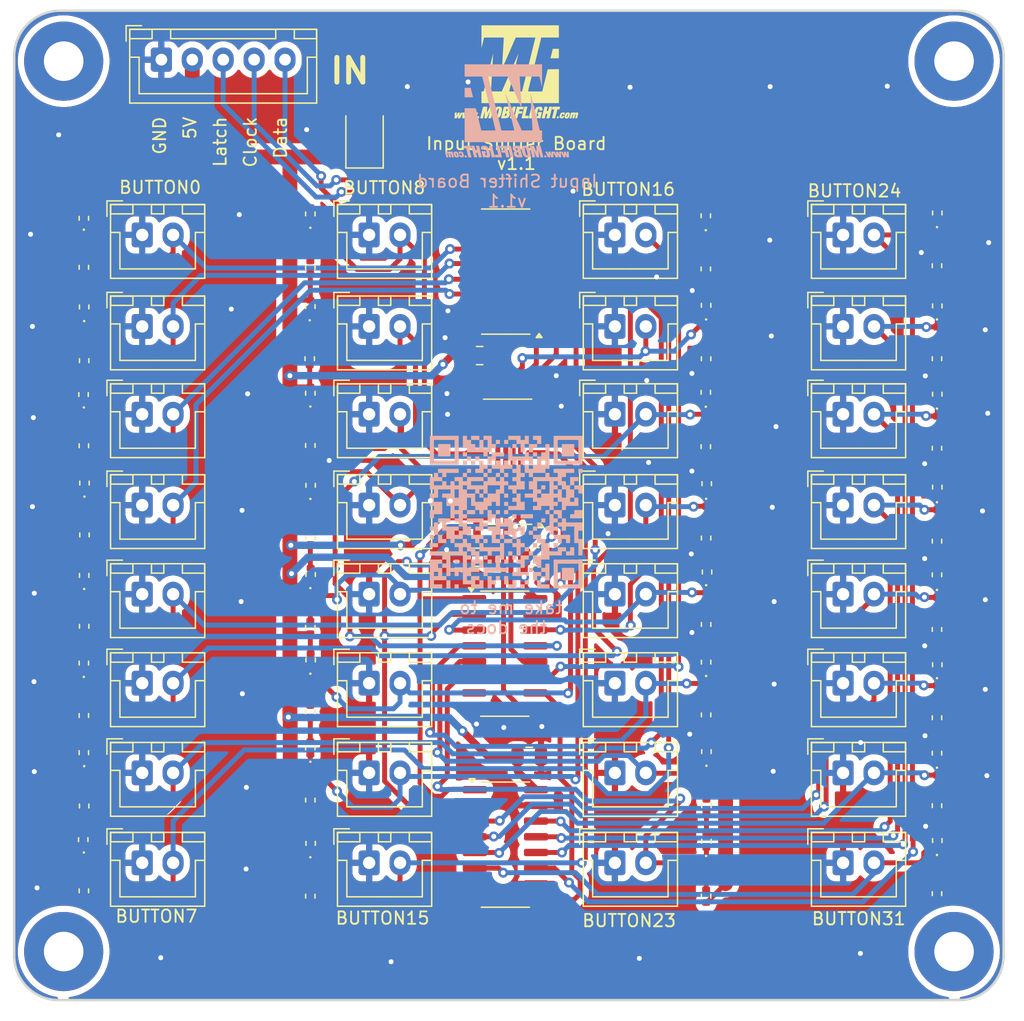
<source format=kicad_pcb>
(kicad_pcb (version 20241229) (generator "pcbnew") (generator_version "9.0")
  (layers (0 "F.Cu" signal) (2 "B.Cu" signal) (13 "F.Paste" user) (15 "B.Paste" user) (5 "F.SilkS" user "F.Silkscreen") (7 "B.SilkS" user "B.Silkscreen") (1 "F.Mask" user) (3 "B.Mask" user) (25 "Edge.Cuts" user))
  (net 0 "")
  (net 1 "VDC")
  (net 2 "GND")
  (net 3 "BUTTON1")
  (net 4 "Net-(D1-A)")
  (net 5 "BUTTON2")
  (net 6 "BUTTON3")
  (net 7 "BUTTON4")
  (net 8 "BUTTON5")
  (net 9 "BUTTON6")
  (net 10 "BUTTON7")
  (net 11 "BUTTON8")
  (net 12 "BUTTON9")
  (net 13 "BUTTON10")
  (net 14 "BUTTON11")
  (net 15 "BUTTON12")
  (net 16 "BUTTON13")
  (net 17 "BUTTON14")
  (net 18 "BUTTON15")
  (net 19 "BUTTON16")
  (net 20 "BUTTON17")
  (net 21 "BUTTON18")
  (net 22 "BUTTON19")
  (net 23 "BUTTON20")
  (net 24 "BUTTON21")
  (net 25 "BUTTON22")
  (net 26 "BUTTON23")
  (net 27 "BUTTON24")
  (net 28 "BUTTON25")
  (net 29 "BUTTON26")
  (net 30 "BUTTON27")
  (net 31 "BUTTON28")
  (net 32 "BUTTON29")
  (net 33 "BUTTON30")
  (net 34 "BUTTON31")
  (net 35 "BUTTON32")
  (net 36 "LATCH")
  (net 37 "CLK")
  (net 38 "SDI")
  (net 39 "Net-(U1-DS)")
  (net 42 "Net-(D2-A)")
  (net 44 "Net-(U2-DS)")
  (net 45 "Net-(U2-Q7)")
  (net 47 "Net-(D3-A)")
  (net 48 "Net-(D4-A)")
  (net 49 "Net-(D5-A)")
  (net 50 "Net-(D6-A)")
  (net 51 "Net-(D7-A)")
  (net 52 "Net-(D8-A)")
  (net 53 "Net-(D9-A)")
  (net 54 "Net-(D10-A)")
  (net 55 "Net-(D11-A)")
  (net 56 "Net-(D12-A)")
  (net 57 "Net-(D13-A)")
  (net 58 "Net-(D14-A)")
  (net 59 "Net-(D15-A)")
  (net 60 "Net-(D16-A)")
  (net 61 "Net-(D17-A)")
  (net 62 "Net-(D18-A)")
  (net 63 "Net-(D19-A)")
  (net 64 "Net-(D20-A)")
  (net 65 "Net-(D21-A)")
  (net 66 "Net-(D22-A)")
  (net 67 "Net-(D23-A)")
  (net 68 "Net-(D24-A)")
  (net 69 "Net-(D25-A)")
  (net 70 "Net-(D26-A)")
  (net 71 "Net-(D27-A)")
  (net 72 "Net-(D28-A)")
  (net 73 "Net-(D29-A)")
  (net 74 "Net-(D30-A)")
  (net 75 "Net-(D31-A)")
  (net 76 "Net-(D32-A)")
  (footprint "LED_SMD:LED_0402_1005Metric" (layer "F.Cu") (at 72.6324 94.8818 -90)
    (property "Reference" "D6" (hide yes))
    (property "Value" "LED6")
  )
  (footprint "LED_SMD:LED_0402_1005Metric" (layer "F.Cu") (at 141.6188 58.509 -90)
    (property "Reference" "D25" (hide yes))
    (property "Value" "LED25")
  )
  (footprint "Resistor_SMD:R_0402_1005Metric" (layer "F.Cu") (at 90.9458 103.7528 -90)
    (property "Reference" "R15" (hide yes))
    (property "Value" "470")
  )
  (footprint "Connector_JST:JST_XH_B2B-XH-A_1x02_P2.50mm_Vertical" (layer "F.Cu") (at 77.35 72.55)
    (property "Reference" "J3")
    (property "Value" "BUTTON3" (hide yes))
  )
  (footprint "LED_SMD:LED_0402_1005Metric" (layer "F.Cu") (at 122.9752 102.068 -90)
    (property "Reference" "D23" (hide yes))
    (property "Value" "LED23")
  )
  (footprint "Connector_JST:JST_XH_B2B-XH-A_1x02_P2.50mm_Vertical" (layer "F.Cu") (at 77.35 108.825)
    (property "Reference" "J8")
    (property "Value" "BUTTON7")
  )
  (footprint "Connector_JST:JST_XH_B2B-XH-A_1x02_P2.50mm_Vertical" (layer "F.Cu") (at 115.575 101.55)
    (property "Reference" "J23")
    (property "Value" "BUTTON23" (hide yes))
  )
  (footprint "Resistor_SMD:R_0402_1005Metric" (layer "F.Cu") (at 141.6188 68.0598 -90)
    (property "Reference" "R26" (hide yes))
    (property "Value" "470")
  )
  (footprint "Resistor_SMD:R_0402_1005Metric" (layer "F.Cu") (at 72.6832 82.31 -90)
    (property "Reference" "R4" (hide yes))
    (property "Value" "470")
  )
  (footprint "LED_SMD:LED_0402_1005Metric" (layer "F.Cu") (at 122.9498 65.9766 -90)
    (property "Reference" "D18" (hide yes))
    (property "Value" "LED18")
  )
  (footprint "Connector_JST:JST_XH_B2B-XH-A_1x02_P2.50mm_Vertical" (layer "F.Cu") (at 134.025 72.55)
    (property "Reference" "J27")
    (property "Value" "BUTTON27" (hide yes))
  )
  (footprint "Resistor_SMD:R_0402_1005Metric" (layer "F.Cu") (at 141.6442 63.7926 90)
    (property "Reference" "R126" (hide yes))
    (property "Value" "10k")
  )
  (footprint "Resistor_SMD:R_0402_1005Metric" (layer "F.Cu") (at 90.9458 82.5692 -90)
    (property "Reference" "R12" (hide yes))
    (property "Value" "470")
  )
  (footprint "Connector_JST:JST_XH_B2B-XH-A_1x02_P2.50mm_Vertical" (layer "F.Cu") (at 77.35 58.05)
    (property "Reference" "J1")
    (property "Value" "BUTTON0")
  )
  (footprint "Package_SO:SOIC-16_3.9x9.9mm_P1.27mm" (layer "F.Cu") (at 106.897 76.393 180)
    (property "Reference" "U3" (hide yes))
    (property "Value" "74HC165")
  )
  (footprint "MountingHole:MountingHole_3.2mm_M3_Pad" (layer "F.Cu") (at 71 44)
    (property "Reference" "H1" (hide yes))
    (property "Value" "MountingHole")
  )
  (footprint "LED_SMD:LED_0402_1005Metric" (layer "F.Cu") (at 90.9458 80.4864 -90)
    (property "Reference" "D12" (hide yes))
    (property "Value" "LED12")
  )
  (footprint "Resistor_SMD:R_0402_1005Metric" (layer "F.Cu") (at 72.607 70.9574 90)
    (property "Reference" "R103" (hide yes))
    (property "Value" "10k")
  )
  (footprint "Resistor_SMD:R_0402_1005Metric" (layer "F.Cu") (at 90.9458 99.5324 90)
    (property "Reference" "R115" (hide yes))
    (property "Value" "10k")
  )
  (footprint "Resistor_SMD:R_0402_1005Metric" (layer "F.Cu") (at 72.6324 111.0894 -90)
    (property "Reference" "R8" (hide yes))
    (property "Value" "470")
  )
  (footprint "Resistor_SMD:R_0402_1005Metric" (layer "F.Cu") (at 122.9244 75.1718 -90)
    (property "Reference" "R19" (hide yes))
    (property "Value" "470")
  )
  (footprint "Resistor_SMD:R_0402_1005Metric" (layer "F.Cu") (at 122.9498 92.5982 90)
    (property "Reference" "R122" (hide yes))
    (property "Value" "10k")
  )
  (footprint "Resistor_SMD:R_0402_1005Metric" (layer "F.Cu") (at 122.9244 56.5008 90)
    (property "Reference" "R117" (hide yes))
    (property "Value" "10k")
  )
  (footprint "LED_SMD:LED_0402_1005Metric" (layer "F.Cu") (at 122.9244 58.761 -90)
    (property "Reference" "D17" (hide yes))
    (property "Value" "LED17")
  )
  (footprint "Resistor_SMD:R_0402_1005Metric" (layer "F.Cu") (at 141.6442 56.2762 90)
    (property "Reference" "R125" (hide yes))
    (property "Value" "10k")
  )
  (footprint "Resistor_SMD:R_0402_1005Metric" (layer "F.Cu") (at 141.6442 107.0254 90)
    (property "Reference" "R132" (hide yes))
    (property "Value" "10k")
  )
  (footprint "Resistor_SMD:R_0402_1005Metric" (layer "F.Cu") (at 90.9458 96.6154 -90)
    (property "Reference" "R14" (hide yes))
    (property "Value" "470")
  )
  (footprint "Resistor_SMD:R_0402_1005Metric" (layer "F.Cu") (at 122.9752 99.8352 90)
    (property "Reference" "R123" (hide yes))
    (property "Value" "10k")
  )
  (footprint "Package_SO:SOIC-16_3.9x9.9mm_P1.27mm" (layer "F.Cu") (at 106.6684 91.9124)
    (property "Reference" "U2" (hide yes))
    (property "Value" "74HC165")
  )
  (footprint "MountingHole:MountingHole_3.2mm_M3_Pad" (layer "F.Cu") (at 71 116)
    (property "Reference" "H3" (hide yes))
    (property "Value" "MountingHole")
  )
  (footprint "Resistor_SMD:R_0402_1005Metric" (layer "F.Cu") (at 122.9752 107.0742 90)
    (property "Reference" "R124" (hide yes))
    (property "Value" "10k")
  )
  (footprint "Resistor_SMD:R_0402_1005Metric" (layer "F.Cu") (at 72.6578 68.2181 -90)
    (property "Reference" "R2" (hide yes))
    (property "Value" "470")
  )
  (footprint "Connector_JST:JST_XH_B2B-XH-A_1x02_P2.50mm_Vertical" (layer "F.Cu") (at 134.025 101.55)
    (property "Reference" "J31")
    (property "Value" "BUTTON31" (hide yes))
  )
  (footprint "Resistor_SMD:R_0402_1005Metric" (layer "F.Cu") (at 72.6324 96.9162 -90)
    (property "Reference" "R6" (hide yes))
    (property "Value" "470")
  )
  (footprint "Connector_JST:JST_XH_B2B-XH-A_1x02_P2.50mm_Vertical" (layer "F.Cu") (at 134.025 87.1)
    (property "Reference" "J29")
    (property "Value" "BUTTON29" (hide yes))
  )
  (footprint "Package_SO:SOIC-16_3.9x9.9mm_P1.27mm" (layer "F.Cu") (at 106.7446 61.0172 180)
    (property "Reference" "U1" (hide yes))
    (property "Value" "74HC165")
  )
  (footprint "Resistor_SMD:R_0402_1005Metric" (layer "F.Cu") (at 141.6442 70.93 90)
    (property "Reference" "R127" (hide yes))
    (property "Value" "10k")
  )
  (footprint "Resistor_SMD:R_0402_1005Metric" (layer "F.Cu") (at 90.9458 63.8414 90)
    (property "Reference" "R110" (hide yes))
    (property "Value" "10k")
  )
  (footprint "Connector_JST:JST_XH_B2B-XH-A_1x02_P2.50mm_Vertical" (layer "F.Cu") (at 77.35 94.3)
    (property "Reference" "J6")
    (property "Value" "BUTTON6" (hide yes))
  )
  (footprint "LED_SMD:LED_0402_1005Metric" (layer "F.Cu") (at 72.6324 109.0804 -90)
    (property "Reference" "D8" (hide yes))
    (property "Value" "LED8")
  )
  (footprint "Resistor_SMD:R_0402_1005Metric" (layer "F.Cu") (at 123.0006 78.167 90)
    (property "Reference" "R120" (hide yes))
    (property "Value" "10k")
  )
  (footprint "LED_SMD:LED_0402_1005Metric" (layer "F.Cu") (at 141.6188 109.2836 -90)
    (property "Reference" "D32" (hide yes))
    (property "Value" "LED32")
  )
  (footprint "Capacitor_SMD:C_0805_2012Metric" (layer "F.Cu") (at 104.4586 84.1146 180)
    (property "Reference" "C3" (hide yes))
    (property "Value" "100n")
  )
  (footprint "Resistor_SMD:R_0402_1005Metric" (layer "F.Cu") (at 72.6324 99.9154 90)
    (property "Reference" "R107" (hide yes))
    (property "Value" "10k")
  )
  (footprint "Resistor_SMD:R_0402_1005Metric" (layer "F.Cu") (at 141.6188 89.9566 -90)
    (property "Reference" "R29" (hide yes))
    (property "Value" "470")
  )
  (footprint "Connector_JST:JST_XH_B2B-XH-A_1x02_P2.50mm_Vertical" (layer "F.Cu") (at 77.35 87.1)
    (property "Reference" "J5")
    (property "Value" "BUTTON5" (hide yes))
  )
  (footprint "Resistor_SMD:R_0402_1005Metric" (layer "F.Cu") (at 122.9498 96.8654 -90)
    (property "Reference" "R22" (hide yes))
    (property "Value" "470")
  )
  (footprint "LED_SMD:LED_0402_1005Metric" (layer "F.Cu") (at 90.9458 109.4654 -90)
    (property "Reference" "D16" (hide yes))
    (property "Value" "LED16")
  )
  (footprint "Resistor_SMD:R_0402_1005Metric" (layer "F.Cu") (at 141.6188 97.094 -90)
    (property "Reference" "R30" (hide yes))
    (property "Value" "470")
  )
  (footprint "LED_SMD:LED_0402_1005Metric" (layer "F.Cu") (at 90.9458 101.7438 -90)
    (property "Reference" "D15" (hide yes))
    (property "Value" "LED15")
  )
  (footprint "Resistor_SMD:R_0402_1005Metric" (layer "F.Cu") (at 90.9458 89.7828 -90)
    (property "Reference" "R13" (hide yes))
    (property "Value" "470")
  )
  (footprint "LED_SMD:LED_0402_1005Metric" (layer "F.Cu") (at 141.6188 80.7574 -90)
    (property "Reference" "D28" (hide yes))
    (property "Value" "LED28")
  )
  (footprint "Connector_JST:JST_XH_B2B-XH-A_1x02_P2.50mm_Vertical" (layer "F.Cu") (at 77.35 101.55)
    (property "Reference" "J7")
    (property "Value" "BUTTON7" (hide yes))
  )
  (footprint "Resistor_SMD:R_0402_1005Metric" (layer "F.Cu") (at 72.6578 89.6982 -90)
    (property "Reference" "R5" (hide yes))
    (property "Value" "470")
  )
  (footprint "Connector_JST:JST_XH_B2B-XH-A_1x02_P2.50mm_Vertical" (layer "F.Cu") (at 95.7 108.825)
    (property "Reference" "J16")
    (property "Value" "BUTTON15")
  )
  (footprint "Resistor_SMD:R_0402_1005Metric" (layer "F.Cu") (at 123.026 85.3084 90)
    (property "Reference" "R121" (hide yes))
    (property "Value" "10k")
  )
  (footprint "Resistor_SMD:R_0402_1005Metric" (layer "F.Cu") (at 72.6832 78.121 90)
    (property "Reference" "R104" (hide yes))
    (property "Value" "10k")
  )
  (footprint "Connector_JST:JST_XH_B2B-XH-A_1x02_P2.50mm_Vertical" (layer "F.Cu") (at 115.575 79.9)
    (property "Reference" "J20")
    (property "Value" "BUTTON20" (hide yes))
  )
  (footprint "LED_SMD:LED_0402_1005Metric" (layer "F.Cu") (at 122.9498 80.478 -90)
    (property "Reference" "D20" (hide yes))
    (property "Value" "LED20")
  )
  (footprint "Resistor_SMD:R_0402_1005Metric" (layer "F.Cu") (at 141.6442 78.4464 90)
    (property "Reference" "R128" (hide yes))
    (property "Value" "10k")
  )
  (footprint "Resistor_SMD:R_0402_1005Metric" (layer "F.Cu") (at 141.6188 75.2988 -90)
    (property "Reference" "R27" (hide yes))
    (property "Value" "470")
  )
  (footprint "Resistor_SMD:R_0402_1005Metric" (layer "F.Cu") (at 90.9458 70.8538 90)
    (property "Reference" "R111" (hide yes))
    (property "Value" "10k")
  )
  (footprint "Connector_JST:JST_XH_B2B-XH-A_1x02_P2.50mm_Vertical" (layer "F.Cu") (at 77.35 65.45)
    (property "Reference" "J2")
    (property "Value" "BUTTON2" (hide yes))
  )
  (footprint "Connector_JST:JST_XH_B2B-XH-A_1x02_P2.50mm_Vertical" (layer "F.Cu") (at 134.025 108.825)
    (property "Reference" "J32")
    (property "Value" "BUTTON31")
  )
  (footprint "Resistor_SMD:R_0402_1005Metric" (layer "F.Cu") (at 72.6324 60.6704 -90)
    (property "Reference" "R1" (hide yes))
    (property "Value" "470")
  )
  (footprint "LED_SMD:LED_0402_1005Metric" (layer "F.Cu") (at 141.6188 65.9746 -90)
    (property "Reference" "D26" (hide yes))
    (property "Value" "LED26")
  )
  (footprint "Resistor_SMD:R_0402_1005Metric" (layer "F.Cu") (at 90.9458 111.5232 -90)
    (property "Reference" "R16" (hide yes))
    (property "Value" "470")
  )
  (footprint "LED_SMD:LED_0402_1005Metric" (layer "F.Cu") (at 72.6832 80.3054 -90)
    (property "Reference" "D4" (hide yes))
    (property "Value" "LED4")
  )
  (footprint "Resistor_SMD:R_0402_1005Metric" (layer "F.Cu") (at 141.6188 85.535 90)
    (property "Reference" "R129" (hide yes))
    (property "Value" "10k")
  )
  (footprint "_MobiFlight:MobiFlight-Logo-Small" (layer "F.Cu") (at 107.61 44.87)
    (property "Reference" "G2" (hide yes))
    (property "Value" "LOGO" (hide yes))
  )
  (footprint "MountingHole:MountingHole_3.2mm_M3_Pad" (layer "F.Cu") (at 143 116)
    (property "Reference" "H4" (hide yes))
    (property "Value" "MountingHole")
  )
  (footprint "LED_SMD:LED_0402_1005Metric" (layer "F.Cu") (at 90.9458 94.6247 -90)
    (property "Reference" "D14" (hide yes))
    (property "Value" "LED14")
  )
  (footprint "Connector_JST:JST_XH_B2B-XH-A_1x02_P2.50mm_Vertical" (layer "F.Cu") (at 95.7 79.9)
    (property "Reference" "J12")
    (property "Value" "BUTTON12" (hide yes))
  )
  (footprint "LED_SMD:LED_0402_1005Metric" (layer "F.Cu") (at 141.6188 73.1882 -90)
    (property "Reference" "D27" (hide yes))
    (property "Value" "LED27")
  )
  (footprint "MountingHole:MountingHole_3.2mm_M3_Pad" (layer "F.Cu") (at 143 44)
    (property "Reference" "H2" (hide yes))
    (property "Value" "MountingHole")
  )
  (footprint "Connector_JST:JST_XH_B2B-XH-A_1x02_P2.50mm_Vertical" (layer "F.Cu") (at 95.7 65.45)
    (property "Reference" "J10")
    (property "Value" "BUTTON10" (hide yes))
  )
  (footprint "Resistor_SMD:R_0402_1005Metric" (layer "F.Cu") (at 141.6188 60.5414 -90)
    (property "Reference" "R25" (hide yes))
    (property "Value" "470")
  )
  (footprint "Resistor_SMD:R_0402_1005Metric" (layer "F.Cu") (at 122.9498 63.7438 90)
    (property "Reference" "R118" (hide yes))
    (property "Value" "10k")
  )
  (footprint "LED_SMD:LED_0402_1005Metric" (layer "F.Cu") (at 122.9498 87.465 -90)
    (property "Reference" "D21" (hide yes))
    (property "Value" "LED21")
  )
  (footprint "Connector_JST:JST_XH_B2B-XH-A_1x02_P2.50mm_Vertical" (layer "F.Cu") (at 134.025 58.05)
    (property "Reference" "J25")
    (property "Value" "BUTTON24")
  )
  (footprint "Connector_JST:JST_XH_B5B-XH-A_1x05_P2.50mm_Vertical" (layer "F.Cu") (at 78.9 43.88)
    (property "Reference" "J33" (hide yes))
    (property "Value" "Data" (hide yes))
  )
  (footprint "LED_SMD:LED_0402_1005Metric" (layer "F.Cu") (at 141.6188 94.9834 -90)
    (property "Reference" "D30" (hide yes))
    (property "Value" "LED30")
  )
  (footprint "Resistor_SMD:R_0402_1005Metric" (layer "F.Cu") (at 72.6324 92.6744 90)
    (property "Reference" "R106" (hide yes))
    (property "Value" "10k")
  )
  (footprint "LED_SMD:LED_0402_1005Metric" (layer "F.Cu") (at 72.6578 87.7698 -90)
    (property "Reference" "D5" (hide yes))
    (property "Value" "LE5")
  )
  (footprint "Resistor_SMD:R_0402_1005Metric" (layer "F.Cu") (at 90.9458 75.0782 -90)
    (property "Reference" "R11" (hide yes))
    (property "Value" "470")
  )
  (footprint "Connector_JST:JST_XH_B2B-XH-A_1x02_P2.50mm_Vertical" (layer "F.Cu") (at 115.575 65.45)
    (property "Reference" "J18")
    (property "Value" "BUTTON18" (hide yes))
  )
  (footprint "Resistor_SMD:R_0402_1005Metric" (layer "F.Cu") (at 122.9244 70.7776 90)
    (property "Reference" "R119" (hide yes))
    (property "Value" "10k")
  )
  (footprint "Connector_JST:JST_XH_B2B-XH-A_1x02_P2.50mm_Vertical" (layer "F.Cu") (at 95.7 58.05)
    (property "Reference" "J9")
    (property "Value" "BUTTON8")
  )
  (footprint "Capacitor_Tantalum_SMD:CP_EIA-3528-21_Kemet-B" (layer "F.Cu") (at 95.33 50.17 90)
    (property "Reference" "C5" (hide yes))
    (property "Value" "47u")
  )
  (footprint "Connector_JST:JST_XH_B2B-XH-A_1x02_P2.50mm_Vertical" (layer "F.Cu") (at 95.7 87.1)
    (property "Reference" "J13")
    (property "Value" "BUTTON13" (hide yes))
  )
  (footprint "LED_SMD:LED_0402_1005Metric" (layer "F.Cu") (at 90.9458 73.0164 -90)
    (property "Reference" "D11" (hide yes))
    (property "Value" "LED11")
  )
  (footprint "LED_SMD:LED_0402_1005Metric" (layer "F.Cu") (at 72.6578 66.1083 -90)
    (property "Reference" "D2" (hide yes))
    (property "Value" "LED2")
  )
  (footprint "Resistor_SMD:R_0402_1005Metric" (layer "F.Cu") (at 90.895 68.0618 -90)
    (property "Reference" "R10" (hide yes))
    (property "Value" "470")
  )
  (footprint "LED_SMD:LED_0402_1005Metric" (layer "F.Cu") (at 141.6188 87.846 -90)
    (property "Reference" "D29" (hide yes))
    (property "Value" "LED29")
  )
  (footprint "Resistor_SMD:R_0402_1005Metric" (layer "F.Cu") (at 122.9498 89.5502 -90)
    (property "Reference" "R21" (hide yes))
    (property "Value" "470")
  )
  (footprint "Connector_JST:JST_XH_B2B-XH-A_1x02_P2.50mm_Vertical" (layer "F.Cu") (at 95.7 72.55)
    (property "Reference" "J11")
    (property "Value" "BUTTON11" (hide yes))
  )
  (footprint "Resistor_SMD:R_0402_1005Metric" (layer "F.Cu") (at 90.9458 60.6764 -90)
    (property "Reference" "R9" (hide yes))
    (property "Value" "470")
  )
  (footprint "Resistor_SMD:R_0402_1005Metric" (layer "F.Cu") (at 122.9244 60.7974 -90)
    (property "Reference" "R17" (hide yes))
    (property "Value" "470")
  )
  (footprint "Connector_JST:JST_XH_B2B-XH-A_1x02_P2.50mm_Vertical" (layer "F.Cu") (at 134.025 94.3)
    (property "Reference" "J30")
    (property "Value" "BUTTON30" (hide yes))
  )
  (footprint "Resistor_SMD:R_0402_1005Metric" (layer "F.Cu") (at 90.9458 56.3524 90)
    (property "Reference" "R109" (hide yes))
    (property "Value" "10k")
  )
  (footprint "Connector_JST:JST_XH_B2B-XH-A_1x02_P2.50mm_Vertical" (layer "F.Cu") (at 95.7 94.3)
    (property "Reference" "J14")
    (property "Value" "BUTTON14" (hide yes))
  )
  (footprint "LED_SMD:LED_0402_1005Metric" (layer "F.Cu") (at 122.9244 73.0358 -90)
    (property "Reference" "D19" (hide yes))
    (property "Value" "LED19")
  )
  (footprint "Resistor_SMD:R_0402_1005Metric" (layer "F.Cu") (at 122.9498 68.0638 -90)
    (property "Reference" "R18" (hide yes))
    (property "Value" "470")
  )
  (footprint "LED_SMD:LED_0402_1005Metric" (layer "F.Cu") (at 122.9498 109.3578 -90)
    (property "Reference" "D24" (hide yes))
    (property "Value" "LED24")
  )
  (footprint "Resistor_SMD:R_0402_1005Metric" (layer "F.Cu") (at 141.6188 104.204 -90)
    (property "Reference" "R31" (hide yes))
    (property "Value" "470")
  )
  (footprint "Resistor_SMD:R_0402_1005Metric" (layer "F.Cu") (at 90.9712 78.298 90)
    (property "Reference" "R112" (hide yes))
    (property "Value" "10k")
  )
  (footprint "Resistor_SMD:R_0402_1005Metric" (layer "F.Cu") (at 122.9752 104.204 -90)
    (property "Reference" "R23" (hide yes))
    (property "Value" "470")
  )
  (footprint "Resistor_SMD:R_0402_1005Metric" (layer "F.Cu") (at 122.9498 111.5192 -90)
    (property "Reference" "R24" (hide yes))
    (property "Value" "470")
  )
  (footprint "Connector_JST:JST_XH_B2B-XH-A_1x02_P2.50mm_Vertical" (layer "F.Cu") (at 77.35 79.9)
    (property "Reference" "J4")
    (property "Value" "BUTTON4" (hide yes))
  )
  (footprint "Resistor_SMD:R_0402_1005Metric" (layer "F.Cu") (at 72.6324 75.0976 -90)
    (property "Reference" "R3" (hide yes))
    (property "Value" "470")
  )
  (footprint "Resistor_SMD:R_0402_1005Metric" (layer "F.Cu") (at 141.6442 92.8034 90)
    (property "Reference" "R130" (hide yes))
    (property "Value" "10k")
  )
  (footprint "Package_SO:SOIC-16_3.9x9.9mm_P1.27mm" (layer "F.Cu") (at 106.7192 107.3556)
    (property "Reference" "U4" (hide yes))
    (property "Value" "74HC165")
  )
  (footprint "Connector_JST:JST_XH_B2B-XH-A_1x02_P2.50mm_Vertical" (layer "F.Cu") (at 115.575 87.1)
    (property "Reference" "J21")
    (property "Value" "BUTTON21" (hide yes))
  )
  (footprint "Connector_JST:JST_XH_B2B-XH-A_1x02_P2.50mm_Vertical" (layer "F.Cu") (at 134.025 65.45)
    (property "Reference" "J26")
    (property "Value" "BUTTON26" (hide yes))
  )
  (footprint "LED_SMD:LED_0402_1005Metric" (layer "F.Cu") (at 90.895 66.0457 -90)
    (property "Reference" "D10" (hide yes))
    (property "Value" "LED10")
  )
  (footprint "Connector_JST:JST_XH_B2B-XH-A_1x02_P2.50mm_Vertical" (layer "F.Cu") (at 95.7 101.55)
    (property "Reference" "J15")
    (property "Value" "BUTTON15" (hide yes))
  )
  (footprint "Resistor_SMD:R_0402_1005Metric" (layer "F.Cu") (at 141.6188 82.8172 -90)
    (property "Reference" "R28" (hide yes))
    (property "Value" "470")
  )
  (footprint "Connector_JST:JST_XH_B2B-XH-A_1x02_P2.50mm_Vertical" (layer "F.Cu") (at 115.575 94.3)
    (property "Reference" "J22")
    (property "Value" "BUTTON22" (hide yes))
  )
  (footprint "LED_SMD:LED_0402_1005Metric" (layer "F.Cu") (at 72.6324 58.7175 -90)
    (property "Reference" "D1" (hide yes))
    (property "Value" "LED1")
  )
  (footprint "LED_SMD:LED_0402_1005Metric" (layer "F.Cu") (at 72.6324 73.091 -90)
    (property "Reference" "D3" (hide yes))
    (property "Value" "LED3")
  )
  (footprint "Resistor_SMD:R_0402_1005Metric" (layer "F.Cu") (at 141.6188 99.9602 90)
    (property "Reference" "R131" (hide yes))
    (property "Value" "10k")
  )
  (footprint "Capacitor_SMD:C_0805_2012Metric" (layer "F.Cu") (at 109.183 84.0638)
    (property "Reference" "C2" (hide yes))
    (property "Value" "100n")
  )
  (footprint "Connector_JST:JST_XH_B2B-XH-A_1x02_P2.50mm_Vertical" (layer "F.Cu") (at 115.575 72.55)
    (property "Reference" "J19")
    (property "Value" "BUTTON19" (hide yes))
  )
  (footprint "LED_SMD:LED_0402_1005Metric" (layer "F.Cu") (at 90.9458 58.5638 -90)
    (property "Reference" "D9" (hide yes))
    (property "Value" "LED9")
  )
  (footprint "Capacitor_SMD:C_0805_2012Metric" (layer "F.Cu") (at 104.6364 67.8078)
    (property "Reference" "C1" (hide yes))
    (property "Value" "100n")
  )
  (footprint "Resistor_SMD:R_0402_1005Metric" (layer "F.Cu") (at 122.9498 82.5632 -90)
    (property "Reference" "R20" (hide yes))
    (property "Value" "470")
  )
  (footprint "LED_SMD:LED_0402_1005Metric" (layer "F.Cu") (at 90.9458 87.7 -90)
    (property "Reference" "D13" (hide yes))
    (property "Value" "LED13")
  )
  (footprint "Resistor_SMD:R_0402_1005Metric" (layer "F.Cu") (at 72.5816 106.9492 90)
    (property "Reference" "R108" (hide yes))
    (property "Value" "10k")
  )
  (footprint "Resistor_SMD:R_0402_1005Metric" (layer "F.Cu") (at 72.6324 56.708 90)
    (property "Reference" "R101" (hide yes))
    (property "Value" "10k")
  )
  (footprint "LED_SMD:LED_0402_1005Metric" (layer "F.Cu") (at 72.6578 102.0974 -90)
    (property "Reference" "D7" (hide yes))
    (property "Value" "LED7")
  )
  (footprint "Resistor_SMD:R_0402_1005Metric" (layer "F.Cu") (at 90.9712 107.254 90)
    (property "Reference" "R116" (hide yes))
    (property "Value" "10k")
  )
  (footprint "Capacitor_SMD:C_0805_2012Metric" (layer "F.Cu") (at 108.6496 100.2182)
    (property "Reference" "C4" (hide yes))
    (property "Value" "100n")
  )
  (footprint "Resistor_SMD:R_0402_1005Metric" (layer "F.Cu") (at 90.9712 85.5116 90)
    (property "Reference" "R113" (hide yes))
    (property "Value" "10k")
  )
  (footprint "Connector_JST:JST_XH_B2B-XH-A_1x02_P2.50mm_Vertical" (layer "F.Cu") (at 115.575 58.05)
    (property "Reference" "J17")
    (property "Value" "BUTTON16")
  )
  (footprint "Resistor_SMD:R_0402_1005Metric" (layer "F.Cu") (at 141.6188 111.318 -90)
    (property "Reference" "R32" (hide yes))
    (property "Value" "470")
  )
  (footprint "Resistor_SMD:R_0402_1005Metric" (layer "F.Cu") (at 90.9712 92.4204 90)
    (property "Reference" "R114" (hide yes))
    (property "Value" "10k")
  )
  (footprint "Resistor_SMD:R_0402_1005Metric" (layer "F.Cu") (at 72.6578 63.8747 90)
    (property "Reference" "R102" (hide yes))
    (property "Value" "10k")
  )
  (footprint "LED_SMD:LED_0402_1005Metric" (layer "F.Cu") (at 122.9498 94.8056 -90)
    (property "Reference" "D22" (hide yes))
    (property "Value" "LED22")
  )
  (footprint "Resistor_SMD:R_0402_1005Metric" (layer "F.Cu") (at 72.6578 85.5854 90)
    (property "Reference" "R105" (hide yes))
    (property "Value" "10k")
  )
  (footprint "Resistor_SMD:R_0402_1005Metric" (layer "F.Cu") (at 72.6578 104.2314 -90)
    (property "Reference" "R7" (hide yes))
    (property "Value" "470")
  )
  (footprint "Connector_JST:JST_XH_B2B-XH-A_1x02_P2.50mm_Vertical" (layer "F.Cu") (at 134.025 79.9)
    (property "Reference" "J28")
    (property "Value" "BUTTON28" (hide yes))
  )
  (footprint "Connector_JST:JST_XH_B2B-XH-A_1x02_P2.50mm_Vertical" (layer "F.Cu") (at 115.575 108.825)
    (property "Reference" "J24")
    (property "Value" "BUTTON23")
  )
  (footprint "LED_SMD:LED_0402_1005Metric" (layer "F.Cu") (at 141.6188 102.2204 -90)
    (property "Reference" "D31" (hide yes))
    (property "Value" "LED31")
  )
  (footprint "_MobiFlight:MobiFlight-Logo-Small" (layer "B.Cu") (at 106.857225 48.0258 180)
    (property "Reference" "G2" (hide yes))
    (property "Value" "LOGO" (hide yes))
  )
  (footprint "LOGO" (layer "B.Cu") (at 106.7816 80.4672 180)
    (property "Reference" "G***" (hide yes))
    (property "Value" "LOGO" (hide yes))
  )
  (gr_arc (start 67 43.625) (mid 68.083705 41.008705) (end 70.7 39.925) (stroke (width 0.2)) (layer "Edge.Cuts"))
  (gr_arc (start 70.6 119.925) (mid 68.054416 118.870584) (end 67 116.325) (stroke (width 0.2)) (layer "Edge.Cuts"))
  (gr_line (start 143.4 119.925) (end 70.6 119.925) (stroke (width 0.2)) (layer "Edge.Cuts"))
  (gr_arc (start 143.3 39.925) (mid 145.916295 41.008705) (end 147 43.625) (stroke (width 0.2)) (layer "Edge.Cuts"))
  (gr_line (start 147 43.625) (end 147 116.325) (stroke (width 0.2)) (layer "Edge.Cuts"))
  (gr_line (start 70.7 39.925) (end 143.3 39.925) (stroke (width 0.2)) (layer "Edge.Cuts"))
  (gr_arc (start 147 116.325) (mid 145.945584 118.870584) (end 143.4 119.925) (stroke (width 0.2)) (layer "Edge.Cuts"))
  (gr_line (start 67 116.325) (end 67 43.625) (stroke (width 0.2)) (layer "Edge.Cuts"))
  (gr_text "Latch" (at 84.2345 50.523333 90) (layer "F.SilkS") (effects (font (size 1 1)) (justify bottom)))
  (gr_text "Data" (at 89.12 50.19 90) (layer "F.SilkS") (effects (font (size 1 1)) (justify bottom)))
  (gr_text "Input Shifter Board\nv1.1" (at 107.607225 52.86 0) (layer "F.SilkS") (effects (font (size 1 1)) (justify bottom)))
  (gr_text "IN" (at 94.14 44.79 0) (layer "F.SilkS") (effects (font (size 2 2) (thickness 0.4) (bold yes))))
  (gr_text "5V" (at 81.79175 49.404285 90) (layer "F.SilkS") (effects (font (size 1 1)) (justify bottom)))
  (gr_text "GND" (at 79.349 50.023333 90) (layer "F.SilkS") (effects (font (size 1 1)) (justify bottom)))
  (gr_text "Clock" (at 86.67725 50.547143 90) (layer "F.SilkS") (effects (font (size 1 1)) (justify bottom)))
  (gr_text "take me to \nthe docs" (at 106.7816 89.0016 0) (layer "B.SilkS") (effects (font (size 1 1)) (justify mirror)))
  (gr_text "Input Shifter Board\nv1.1" (at 106.86 55.91 0) (layer "B.SilkS") (effects (font (size 1 1)) (justify bottom mirror)))
  (segment (start 141.6442 70.42) (end 143.1722 70.42) (width 0.4) (layer "F.Cu") (net 1))
  (segment (start 89.4512 70.3438) (end 89.2948 70.5002) (width 0.4) (layer "F.Cu") (net 1))
  (segment (start 107.6996 100.2182) (end 105.2968 100.2182) (width 0.6) (layer "F.Cu") (net 1))
  (segment (start 141.6188 104.714) (end 141.6188 106.49) (width 0.4) (layer "F.Cu") (net 1))
  (segment (start 90.9458 97.1254) (end 89.25 97.1254) (width 0.4) (layer "F.Cu") (net 1))
  (segment (start 143.3206 70.2716) (end 143.3206 63.0834) (width 1.2) (layer "F.Cu") (net 1))
  (segment (start 105.2968 100.2182) (end 103.2394 98.1608) (width 0.6) (layer "F.Cu") (net 1))
  (segment (start 104.2696 65.4622) (end 104.2642 65.4622) (width 0.6) (layer "F.Cu") (net 1))
  (segment (start 122.9498 83.0732) (end 122.9498 84.7222) (width 0.4) (layer "F.Cu") (net 1))
  (segment (start 95.2887 51.6788) (end 141.9998 51.6788) (width 1.2) (layer "F.Cu") (net 1))
  (segment (start 72.6832 82.82) (end 72.6832 85.05) (width 0.4) (layer "F.Cu") (net 1))
  (segment (start 141.6188 97.604) (end 141.6188 99.4502) (width 0.4) (layer "F.Cu") (net 1))
  (segment (start 124.3702 63.2338) (end 124.5246 63.3882) (width 0.4) (layer "F.Cu") (net 1))
  (segment (start 72.6324 92.1644) (end 71.3136 92.1644) (width 0.4) (layer "F.Cu") (net 1))
  (segment (start 143.3206 63.0834) (end 143.3206 55.946) (width 1.2) (layer "F.Cu") (net 1))
  (segment (start 141.6442 106.5154) (end 143.2972 106.5154) (width 0.4) (layer "F.Cu") (net 1))
  (segment (start 71.3136 92.1644) (end 71.2608 92.2172) (width 0.4) (layer "F.Cu") (net 1))
  (segment (start 102.3758 67.8078) (end 101.6646 68.519) (width 0.6) (layer "F.Cu") (net 1))
  (segment (start 141.6188 106.49) (end 141.6442 106.5154) (width 0.4) (layer "F.Cu") (net 1))
  (segment (start 141.6442 92.2934) (end 143.2698 92.2934) (width 0.4) (layer "F.Cu") (net 1))
  (segment (start 72.8406 51.75) (end 83.341 51.75) (width 1.2) (layer "F.Cu") (net 1))
  (segment (start 90.9458 55.8424) (end 89.3984 55.8424) (width 0.4) (layer "F.Cu") (net 1))
  (segment (start 143.1408 55.7662) (end 143.3206 55.946) (width 0.4) (layer "F.Cu") (net 1))
  (segment (start 141.6442 55.7662) (end 143.1408 55.7662) (width 0.4) (layer "F.Cu") (net 1))
  (segment (start 72.5816 106.4392) (end 71.3136 106.4392) (width 0.4) (layer "F.Cu") (net 1))
  (segment (start 109.1434 87.4674) (end 108.233 86.557) (width 0.6) (layer "F.Cu") (net 1))
  (segment (start 72.6832 77.611) (end 72.6324 77.5602) (width 0.4) (layer "F.Cu") (net 1))
  (segment (start 71.2354 56.2508) (end 71.2354 53.3552) (width 1.2) (layer "F.Cu") (net 1))
  (segment (start 90.9458 75.5882) (end 90.9458 77.7626) (width 0.4) (layer "F.Cu") (net 1))
  (segment (start 90.9458 97.1254) (end 90.9458 99.0224) (width 0.4) (layer "F.Cu") (net 1))
  (segment (start 89.2948 77.8154) (end 89.2948 70.5002) (width 1.2) (layer "F.Cu") (net 1))
  (segment (start 143.3206 110.8608) (end 142.3534 111.828) (width 0.4) (layer "F.Cu") (net 1))
  (segment (start 124.5246 51.8934) (end 124.31 51.6788) (width 1.2) (layer "F.Cu") (net 1))
  (segment (start 71.2608 85.0544) (end 71.2608 77.5106) (width 1.2) (layer "F.Cu") (net 1))
  (segment (start 107.6996 100.2182) (end 107.6996 101.416) (width 0.6) (layer "F.Cu") (net 1))
  (segment (start 124.5246 70.3732) (end 124.5246 63.3882) (width 1.2) (layer "F.Cu") (net 1))
  (segment (start 141.6188 83.3272) (end 141.6188 85.025) (width 0.4) (layer "F.Cu") (net 1))
  (segment (start 122.9244 75.6818) (end 122.9244 77.5808) (width 0.4) (layer "F.Cu") (net 1))
  (segment (start 141.6188 85.025) (end 143.3166 85.025) (width 0.4) (layer "F.Cu") (net 1))
  (segment (start 81.4 43.88) (end 81.4 51.75) (width 1.2) (layer "F.Cu") (net 1))
  (segment (start 72.6832 85.05) (end 72.6578 85.0754) (width 0.4) (layer "F.Cu") (net 1))
  (segment (start 122.9498 70.2422) (end 122.9244 70.2676) (width 0.4) (layer "F.Cu") (net 1))
  (segment (start 89.4412 83.0792) (end 90.9458 83.0792) (width 0.4) (layer "F.Cu") (net 1))
  (segment (start 143.3166 85.025) (end 143.3206 85.029) (width 0.4) (layer "F.Cu") (net 1))
  (segment (start 71.2608 106.492) (end 71.2608 99.6086) (width 1.2) (layer "F.Cu") (net 1))
  (segment (start 71.2608 110.288146) (end 72.572054 111.5994) (width 0.4) (layer "F.Cu") (net 1))
  (segment (start 90.9712 77.788) (end 90.9458 77.7626) (width 0.4) (layer "F.Cu") (net 1))
  (segment (start 141.6188 68.5698) (end 141.6188 70.3946) (width 0.4) (layer "F.Cu") (net 1))
  (segment (start 123.0006 77.657) (end 124.3916 77.657) (width 0.4) (layer "F.Cu") (net 1))
  (segment (start 141.6442 63.2826) (end 143.1214 63.2826) (width 0.4) (layer "F.Cu") (net 1))
  (segment (start 90.9458 104.2628) (end 90.9458 106.7186) (width 0.4) (layer "F.Cu") (net 1))
  (segment (start 90.895 68.5718) (end 90.895 70.293) (width 0.4) (layer "F.Cu") (net 1))
  (segment (start 124.3154 55.9908) (end 124.5246 56.2) (width 0.4) (layer "F.Cu") (net 1))
  (segment (start 101.3852 80.838) (end 99.0738 83.1494) (width 0.6) (layer "F.Cu") (net 1))
  (segment (start 90.9458 90.2928) (end 89.3008 90.2928) (width 0.4) (layer "F.Cu") (net 1))
  (segment (start 71.2818 85.0754) (end 71.2608 85.0544) (width 0.4) (layer "F.Cu") (net 1))
  (segment (start 72.6832 77.611) (end 71.3612 77.611) (width 0.4) (layer "F.Cu") (net 1))
  (segment (start 122.9498 99.2998) (end 122.9752 99.3252) (width 0.4) (layer "F.Cu") (net 1))
  (segment (start 90.9458 90.2928) (end 90.9458 91.885) (width 0.4) (layer "F.Cu") (net 1))
  (segment (start 89.3008 90.2928) (end 89.2948 90.2868) (width 0.4) (layer "F.Cu") (net 1))
  (segment (start 71.2608 109.7686) (end 71.2608 110.288146) (width 0.4) (layer "F.Cu") (net 1))
  (segment (start 142.3534 111.828) (end 141.6188 111.828) (width 0.4) (layer "F.Cu") (net 1))
  (segment (start 108.1822 84.1146) (end 108.233 84.0638) (width 0.6) (layer "F.Cu") (net 1))
  (segment (start 72.6578 85.0754) (end 71.2818 85.0754) (width 0.4) (layer "F.Cu") (net 1))
  (segment (start 71.2354 58.7146) (end 71.2354 56.2508) (width 1.2) (layer "F.Cu") (net 1))
  (segment (start 72.6324 97.4262) (end 72.6324 99.4054) (width 0.4) (layer "F.Cu") (net 1))
  (segment (start 71.2608 70.4494) (end 71.2608 63.2358) (width 1.2) (layer "F.Cu") (net 1))
  (segment (start 124.5246 99.4308) (end 124.5246 91.9124) (width 1.2) (layer "F.Cu") (net 1))
  (segment (start 122.9498 84.7222) (end 123.026 84.7984) (width 0.4) (layer "F.Cu") (net 1))
  (segment (start 122.9498 63.2338) (end 124.3702 63.2338) (width 0.4) (layer "F.Cu") (net 1))
  (segment (start 89.2948 97.1702) (end 89.2948 90.2868) (width 1.2) (layer "F.Cu") (net 1))
  (segment (start 89.371 83.1494) (end 89.4412 83.0792) (width 0.4) (layer "F.Cu") (net 1))
  (segment (start 143.3206 106.492) (end 143.3206 99.3546) (width 1.2) (layer "F.Cu") (net 1))
  (segment (start 72.6578 90.2082) (end 72.6578 92.139) (width 0.4) (layer "F.Cu") (net 1))
  (segment (start 72.6578 106.363) (end 72.5816 106.4392) (width 0.4) (layer "F.Cu") (net 1))
  (segment (start 89.3202 111.2164) (end 90.137 112.0332) (width 0.4) (layer "F.Cu") (net 1))
  (segment (start 108.233 86.557) (end 108.233 84.0638) (width 0.6) (layer "F.Cu") (net 1))
  (segment (start 141.6188 99.4502) (end 143.225 99.4502) (width 0.4) (layer "F.Cu") (net 1))
  (segment (start 105.4086 84.1146) (end 104.422 83.128) (width 0.6) (layer "F.Cu") (net 1))
  (segment (start 71.2608 63.2358) (end 71.2608 58.7908) (width 1.2) (layer "F.Cu") (net 1))
  (segment (start 124.5246 84.775) (end 124.5246 77.79) (width 1.2) (layer "F.Cu") (net 1))
  (segment (start 81.4 51.75) (end 94.7225 51.75) (width 1.2) (layer "F.Cu") (net 1))
  (segment (start 89.3516 63.3314) (end 89.2948 63.3882) (width 0.4) (layer "F.Cu") (net 1))
  (segment (start 123.010146 112.0292) (end 122.9498 112.0292) (width 0.4) (layer "F.Cu") (net 1))
  (segment (start 103.6864 67.8078) (end 102.3758 67.8078) (width 0.6) (layer "F.Cu") (net 1))
  (segment (start 71.2354 56.2508) (end 71.2882 56.198) (width 0.4) (layer "F.Cu") (net 1))
  (segment (start 89.2948 70.5002) (end 89.2948 63.3882) (width 1.2) (layer "F.Cu") (net 1))
  (segment (start 141.6442 77.9364) (end 143.1996 77.9364) (width 0.4) (layer "F.Cu") (net 1))
  (segment (start 72.792399 111.5994) (end 72.4724 111.5994) (width 0.4) (layer "F.Cu") (net 1))
  (segment (start 143.1214 63.2826) (end 143.3206 63.0834) (width 0.4) (layer "F.Cu") (net 1))
  (segment (start 124.419 99.3252) (end 124.5246 99.4308) (width 0.4) (layer "F.Cu") (net 1))
  (segment (start 124.5246 91.9124) (end 124.5246 84.775) (width 1.2) (layer "F.Cu") (net 1))
  (segment (start 122.9498 92.0882) (end 124.3488 92.0882) (width 0.4) (layer "F.Cu") (net 1))
  (segment (start 104.422 80.838) (end 101.3852 80.838) (width 0.6) (layer "F.Cu") (net 1))
  (segment (start 104.422 83.128) (end 104.422 80.838) (width 0.6) (layer "F.Cu") (net 1))
  (segment (start 124.4698 106.5642) (end 124.5246 106.619) (width 0.4) (layer "F.Cu") (net 1))
  (segment (start 124.5246 63.3882) (end 124.5246 56.2) (width 1.2) (layer "F.Cu") (net 1))
  (segment (start 89.2948 83.0732) (end 89.2948 77.8154) (width 1.2) (layer "F.Cu") (net 1))
  (segment (start 72.6324 75.6076) (end 72.6324 77.5602) (width 0.4) (layer "F.Cu") (net 1))
  (segment (start 124.5246 110.514746) (end 124.5246 106.619) (width 1.2) (layer "F.Cu") (net 1))
  (segment (start 103.6864 66.04) (end 103.6864 67.8078) (width 0.6) (layer "F.Cu") (net 1))
  (segment (start 124.5246 110.514746) (end 123.010146 112.0292) (width 0.4) (layer "F.Cu") (net 1))
  (segment (start 141.6188 75.8088) (end 141.6188 77.911) (width 0.4) (layer "F.Cu") (net 1))
  (segment (start 143.1722 70.42) (end 143.3206 70.2716) (width 0.4) (layer "F.Cu") (net 1))
  (segment (start 71.2628 70.4474) (end 71.2608 70.4494) (width 0.4) (layer "F.Cu") (net 1))
  (segment (start 90.9458 84.9762) (end 90.9712 85.0016) (width 0.4) (layer "F.Cu") (net 1))
  (segment (start 141.6188 70.3946) (end 141.6442 70.42) (width 0.4) (layer "F.Cu") (net 1))
  (segment (start 72.6373 68.4448) (end 72.6275 68.435) (width 0.4) (layer "F.Cu") (net 1))
  (segment (start 122.9752 99.3252) (end 124.419 99.3252) (width 0.4) (layer "F.Cu") (net 1))
  (segment (start 89.3202 106.873) (end 89.3202 110.7338) (width 1.2) (layer "F.Cu") (net 1))
  (segment (start 122.9244 63.2084) (end 122.9498 63.2338) (width 0.4) (layer "F.Cu") (net 1))
  (segment (start 89.25 97.1254) (end 89.1678 97.0432) (width 0.4) (layer "F.Cu") (net 1))
  (segment (start 89.2948 63.3882) (end 89.2948 52.1942) (width 1.2) (layer "F.Cu") (net 1))
  (segment (start 90.9458 70.3438) (end 89.4512 70.3438) (width 0.4) (layer "F.Cu") (net 1))
  (segment (start 141.6188 61.0514) (end 141.6188 63.2572) (width 0.4) (layer "F.Cu") (net 1))
  (segment (start 90.9458 83.0792) (end 90.9458 84.9762) (width 0.4) (layer "F.Cu") (net 1))
  (segment (start 123.026 84.7984) (end 124.5012 84.7984) (width 0.4) (layer "F.Cu") (net 1))
  (segment (start 143.225 99.4502) (end 143.3206 99.3546) (width 0.4) (layer "F.Cu") (net 1))
  (segment (start 107.6996 101.416) (end 109.1942 102.9106) (width 0.6) (layer "F.Cu") (net 1))
  (segment (start 124.3916 77.657) (end 124.5246 77.79) (width 0.4) (layer "F.Cu") (net 1))
  (segment (start 72.572054 111.5994) (end 72.6324 111.5994) (width 0.4) (layer "F.Cu") (net 1))
  (segment (start 122.9244 70.2676) (end 124.419 70.2676) (width 0.4) (layer "F.Cu") (net 1))
  (segment (start 72.6578 104.7414) (end 72.6578 106.363) (width 0.4) (layer "F.Cu") (net 1))
  (segment (start 71.3612 77.611) (end 71.2608 77.5106) (width 0.4) (layer "F.Cu") (net 1))
  (segment (start 143.1996 77.9364) (end 143.3206 77.8154) (width 0.4) (layer "F.Cu") (net 1))
  (segment (start 122.9244 55.9908) (end 124.3154 55.9908) (width 0.4) (layer "F.Cu") (net 1))
  (segment (start 72.6324 99.4054) (end 71.464 99.4054) (width 0.4) (layer "F.Cu") (net 1))
  (segment (start 71.3136 106.4392) (end 71.2608 106.492) (width 0.4) (layer "F.Cu") (net 1))
  (segment (start 124.5246 106.619) (end 124.5246 99.4308) (width 1.2) (layer "F.Cu") (net 1))
  (segment (start 71.2608 99.6086) (end 71.2608 92.2172) (width 1.2) (layer "F.Cu") (net 1))
  (segment (start 141.6188 92.268) (end 141.6442 92.2934) (width 0.4) (layer "F.Cu") (net 1))
  (segment (start 143.3206 110.8608) (end 143.3206 106.492) (width 1.2) (layer "F.Cu") (net 1))
  (segment (start 89.2948 90.2868) (end 89.2948 85.5624) (width 1.2) (layer "F.Cu") (net 1))
  (segment (start 71.2882 56.198) (end 72.6324 56.198) (width 0.4) (layer "F.Cu") (net 1))
  (segment (start 89.3476 77.7626) (end 89.2948 77.8154) (width 0.4) (layer "F.Cu") (net 1))
  (segment (start 143.2972 106.5154) (end 143.3206 106.492) (width 0.4) (layer "F.Cu") (net 1))
  (segment (start 143.3206 92.2426) (end 143.3206 85.029) (width 1.2) (layer "F.Cu") (net 1))
  (segment (start 71.2608 109.7686) (end 71.2608 106.492) (width 1.2) (layer "F.Cu") (net 1))
  (segment (start 99.0738 83.1494) (end 98.2356 83.1494) (width 0.6) (layer "F.Cu") (net 1))
  (segment (start 72.6578 92.139) (end 72.6324 92.1644) (width 0.4) (layer "F.Cu") (net 1))
  (segment (start 71.3897 63.3647) (end 71.2608 63.2358) (width 0.4) (layer "F.Cu") (net 1))
  (segment (start 90.9458 61.1864) (end 90.9458 63.3314) (width 0.4) (layer "F.Cu") (net 1))
  (segment (start 124.31 51.6788) (end 95.2887 51.6788) (width 1.2) (layer "F.Cu") (net 1))
  (segment (start 89.3202 97.1956) (end 89.2948 97.1702) (width 1.2) (layer "F.Cu") (net 1))
  (segment (start 90.9458 77.7626) (end 89.3476 77.7626) (width 0.4) (layer "F.Cu") (net 1))
  (segment (start 143.3206 99.3546) (end 143.3206 92.2426) (width 1.2) (layer "F.Cu") (net 1))
  (segment (start 89.3202 97.1956) (end 89.3202 106.873) (width 1.2) (layer "F.Cu") (net 1))
  (segment (start 143.3206 52.9996) (end 143.3206 55.946) (width 1.2) (layer "F.Cu") (net 1))
  (segment (start 90.895 70.293) (end 90.9458 70.3438) (width 0.4) (layer "F.Cu") (net 1))
  (segment (start 122.9752 104.714) (end 122.9752 106.5642) (width 0.4) (layer "F.Cu") (net 1))
  (segment (start 72.6324 63.3393) (end 72.6578 63.3647) (width 0.4) (layer "F.Cu") (net 1))
  (segment (start 89.2948 85.5624) (end 89.2948 83.2256) (width 1.2) (layer "F.Cu") (net 1))
  (segment (start 104.2642 65.4622) (end 103.6864 66.04) (width 0.6) (layer "F.Cu") (net 1))
  (segment (start 90.9712 106.744) (end 90.9458 106.7186) (width 0.4) (layer "F.Cu") (net 1))
  (segment (start 122.9752 106.5642) (end 124.4698 106.5642) (width 0.4) (layer "F.Cu") (net 1))
  (segment (start 124.419 70.2676) (end 124.5246 70.3732) (width 0.4) (layer "F.Cu") (net 1))
  (segment (start 124.5012 84.7984) (end 124.5246 84.775) (width 0.4) (layer "F.Cu") (net 1))
  (segment (start 90.9458 106.7186) (end 89.4746 106.7186) (width 0.4) (layer "F.Cu") (net 1))
  (segment (start 124.5246 77.79) (end 124.5246 70.3732) (width 1.2) (layer "F.Cu") (net 1))
  (segment (start 122.9498 68.5738) (end 122.9498 70.2422) (width 0.4) (layer "F.Cu") (net 1))
  (segment (start 122.9244 61.3074) (end 122.9244 63.2084) (width 0.4) (layer "F.Cu") (net 1))
  (segment (start 89.3202 110.7338) (end 89.3202 111.2164) (width 0.4) (layer "F.Cu") (net 1))
  (segment (start 71.2354 53.3552) (end 72.8406 51.75) (width 1.2) (layer "F.Cu") (net 1))
  (segment (start 72.6578 63.3647) (end 71.3897 63.3647) (width 0.4) (layer "F.Cu") (net 1))
  (segment (start 143.2698 92.2934) (end 143.3206 92.2426) (width 0.4) (layer "F.Cu") (net 1))
  (segment (start 71.2608 77.5106) (end 71.2608 70.4494) (width 1.2) (layer "F.Cu") (net 1))
  (segment (start 72.6324 61.1804) (end 72.6324 63.3393) (width 0.4) (layer "F.Cu") (net 1))
  (segment (start 90.137 112.0332) (end 90.9458 112.0332) (width 0.4) (layer "F.Cu") (net 1))
  (segment (start 71.464 99.4054) (end 71.2608 99.6086) (width 0.4) (layer "F.Cu") (net 1))
  (segment (start 71.2608 92.2172) (end 71.2608 85.0544) (width 1.2) (layer "F.Cu") (net 1))
  (segment (start 89.2948 52.1942) (end 89.4 52.089) (width 1.2) (layer "F.Cu") (net 1))
  (segment (start 124.5246 56.2) (end 124.5246 51.8934) (width 1.2) (layer "F.Cu") (net 1))
  (segment (start 141.9998 51.6788) (end 143.3206 52.9996) (width 1.2) (layer "F.Cu") (net 1))
  (segment (start 72.6578 68.7281) (end 72.6578 70.3966) (width 0.4) (layer "F.Cu") (net 1))
  (segment (start 72.6578 70.3966) (end 72.607 70.4474) (width 0.4) (layer "F.Cu") (net 1))
  (segment (start 122.9498 90.0602) (end 122.9498 92.0882) (width 0.4) (layer "F.Cu") (net 1))
  (segment (start 124.3488 92.0882) (end 124.5246 91.9124) (width 0.4) (layer "F.Cu") (net 1))
  (segment (start 141.6188 77.911) (end 141.6442 77.9364) (width 0.4) (layer "F.Cu") (net 1))
  (segment (start 122.9244 77.5808) (end 123.0006 77.657) (width 0.4) (layer "F.Cu") (net 1))
  (segment (start 90.9458 63.3314) (end 89.3516 63.3314) (width 0.4) (layer "F.Cu") (net 1))
  (segment (start 90.9458 91.885) (end 90.9712 91.9104) (width 0.4) (layer "F.Cu") (net 1))
  (segment (start 143.3206 85.029) (end 143.3206 77.8154) (width 1.2) (layer "F.Cu") (net 1))
  (segment (start 141.6188 63.2572) (end 141.6442 63.2826) (width 0.4) (layer "F.Cu") (net 1))
  (segment (start 122.9498 97.3754) (end 122.9498 99.2998) (width 0.4) (layer "F.Cu") (net 1))
  (segment (start 141.6188 90.4666) (end 141.6188 92.268) (width 0.4) (layer "F.Cu") (net 1))
  (segment (start 72.607 70.4474) (end 71.2628 70.4474) (width 0.4) (layer "F.Cu") (net 1))
  (segment (start 89.4746 106.7186) (end 89.3202 106.873) (width 0.4) (layer "F.Cu") (net 1))
  (segment (start 143.3206 77.8154) (end 143.3206 70.2716) (width 1.2) (layer "F.Cu") (net 1))
  (via (at 101.6646 68.519) (size 0.8) (drill 0.4) (layers "F.Cu" "B.Cu") (net 1))
  (via (at 108.233 85.7148) (size 0.8) (drill 0.4) (layers "F.Cu" "B.Cu") (net 1))
  (via (at 89.2948 69.4334) (size 0.8) (drill 0.4) (layers "F.Cu" "B.Cu") (net 1))
  (via (at 89.371 83.1494) (size 0.8) (drill 0.4) (layers "F.Cu" "B.Cu") (net 1))
  (via (at 89.4218 85.4354) (size 0.8) (drill 0.4) (layers "F.Cu" "B.Cu") (net 1))
  (via (at 89.1678 97.0432) (size 0.8) (drill 0.4) (layers "F.Cu" "B.Cu") (net 1))
  (via (at 98.2356 83.1494) (size 0.8) (drill 0.4) (layers "F.Cu" "B.Cu") (net 1))
  (via (at 103.2394 98.1608) (size 0.8) (drill 0.4) (layers "F.Cu" "B.Cu") (net 1))
  (segment (start 98.664607 85.664) (end 108.1822 85.664) (width 0.6) (layer "B.Cu") (net 1))
  (segment (start 90.7426 84.1146) (end 97.115207 84.1146) (width 0.6) (layer "B.Cu") (net 1))
  (segment (start 102.1472 97.0686) (end 103.2394 98.1608) (width 0.6) (layer "B.Cu") (net 1))
  (segment (start 108.1822 85.664) (end 108.233 85.7148) (width 0.6) (layer "B.Cu") (net 1))
  (segment (start 89.2948 69.4334) (end 89.117 69.4334) (width 0.6) (layer "B.Cu") (net 1))
  (segment (start 89.371 83.1494) (end 98.2356 83.1494) (width 0.6) (layer "B.Cu") (net 1))
  (segment (start 97.115207 84.1146) (end 98.664607 85.664) (width 0.6) (layer "B.Cu") (net 1))
  (segment (start 89.1678 97.0432) (end 89.1932 97.0686) (width 0.6) (layer "B.Cu") (net 1))
  (segment (start 89.4218 85.4354) (end 90.7426 84.1146) (width 0.6) (layer "B.Cu") (net 1))
  (segment (start 89.2948 69.4334) (end 100.7502 69.4334) (width 0.6) (layer "B.Cu") (net 1))
  (segment (start 89.1932 97.0686) (end 102.1472 97.0686) (width 0.6) (layer "B.Cu") (net 1))
  (segment (start 100.7502 69.4334) (end 101.6646 68.519) (width 0.6) (layer "B.Cu") (net 1))
  (segment (start 104.422 79.568) (end 102.2742 79.568) (width 0.4) (layer "F.Cu") (net 2))
  (segment (start 110.9864 87.182371) (end 110.133 86.328971) (width 0.4) (layer "F.Cu") (net 2))
  (segment (start 110.133 86.328971) (end 110.133 84.0638) (width 0.4) (layer "F.Cu") (net 2))
  (segment (start 110.127371 86.328971) (end 109.7418 85.9434) (width 0.4) (layer "F.Cu") (net 2))
  (segment (start 102.071 64.1922) (end 101.9606 64.1922) (width 0.4) (layer "F.Cu") (net 2))
  (segment (start 110.7578 88.7374) (end 110.9864 88.5088) (width 0.4) (layer "F.Cu") (net 2))
  (segment (start 110.133 86.328971) (end 110.127371 86.328971) (width 0.4) (layer "F.Cu") (net 2))
  (segment (start 109.1434 88.7374) (end 110.7578 88.7374) (width 0.4) (layer "F.Cu") (net 2))
  (segment (start 104.2696 64.1922) (end 102.071 64.1922) (width 0.4) (layer "F.Cu") (net 2))
  (segment (start 110.9864 88.5088) (end 110.9864 87.182371) (width 0.4) (layer "F.Cu") (net 2))
  (via (at 110.834 69.4334) (size 0.8) (drill 0.4) (layers "F.Cu" "B.Cu") (net 2))
  (via (at 68.625 87.025) (size 0.8) (drill 0.4) (layers "F.Cu" "B.Cu") (net 2))
  (via (at 68.475 65.45) (size 0.8) (drill 0.4) (layers "F.Cu" "B.Cu") (net 2))
  (via (at 145.525 94.8) (size 0.8) (drill 0.4) (layers "F.Cu" "B.Cu") (net 2))
  (via (at 145.3 80.375) (size 0.8) (drill 0.4) (layers "F.Cu" "B.Cu") (net 2))
  (via (at 68.55 72.825) (size 0.8) (drill 0.4) (layers "F.Cu" "B.Cu") (net 2))
  (via (at 140.65 98.55) (size 0.8) (drill 0.4) (layers "F.Cu" "B.Cu") (net 2))
  (via (at 117.55 116.55) (size 0.8) (drill 0.4) (layers "F.Cu" "B.Cu") (net 2))
  (via (at 121.625 98.425) (size 0.8) (drill 0.4) (layers "F.Cu" "B.Cu") (net 2))
  (via (at 121.8 69.25) (size 0.8) (drill 0.4) (layers "F.Cu" "B.Cu") (net 2))
  (via (at 111.2404 71.8972) (size 0.8) (drill 0.4) (layers "F.Cu" "B.Cu") (net 2))
  (via (at 68.6 94.175) (size 0.8) (drill 0.4) (layers "F.Cu" "B.Cu") (net 2))
  (via (at 128.6 73.55) (size 0.8) (drill 0.4) (layers "F.Cu" "B.Cu") (net 2))
  (via (at 128.225 66.225) (size 0.8) (drill 0.4) (layers "F.Cu" "B.Cu") (net 2))
  (via (at 145.525 65.725) (size 0.8) (drill 0.4) (layers "F.Cu" "B.Cu") (net 2))
  (via (at 128.3 80.075) (size 0.8) (drill 0.4) (layers "F.Cu" "B.Cu") (net 2))
  (via (at 85.875 70.9) (size 0.8) (drill 0.4) (layers "F.Cu" "B.Cu") (net 2))
  (via (at 118.15 69.825) (size 0.8) (drill 0.4) (layers "F.Cu" "B.Cu") (net 2))
  (via (at 121.825 62.55) (size 0.8) (drill 0.4) (layers "F.Cu" "B.Cu") (net 2))
  (via (at 145.8 58.675) (size 0.8) (drill 0.4) (layers "F.Cu" "B.Cu") (net 2))
  (via (at 128.375 101.425) (size 0.8) (drill 0.4) (layers "F.Cu" "B.Cu") (net 2))
  (via (at 145.65 101.775) (size 0.8) (drill 0.4) (layers "F.Cu" "B.Cu") (net 2))
  (via (at 85.2 56.41) (size 0.8) (drill 0.4) (layers "F.Cu" "B.Cu") (net 2))
  (via (at 140.35 59.475) (size 0.8) (drill 0.4) (layers "F.Cu" "B.Cu") (net 2))
  (via (at 85.75 109.325) (size 0.8) (drill 0.4) (layers "F.Cu" "B.Cu") (net 2))
  (via (at 85.45 95.15) (size 0.8) (drill 0.4) (layers "F.Cu" "B.Cu") (net 2))
  (via (at 101.8424 66.36) (size 0.8) (drill 0.4) (layers "F.Cu" "B.Cu") (net 2))
  (via (at 92.4698 76.2914) (size 0.8) (drill 0.4) (layers "F.Cu" "B.Cu") (net 2))
  (via (at 140.625 84.225) (size 0.8) (drill 0.4) (layers "F.Cu" "B.Cu") (net 2))
  (via (at 135.425 116.15) (size 0.8) (drill 0.4) (layers "F.Cu" "B.Cu") (net 2))
  (via (at 102.0456 72.5576) (size 0.8) (drill 0.4) (layers "F.Cu" "B.Cu") (net 2))
  (via (at 85.425 80.325) (size 0.8) (drill 0.4) (layers "F.Cu" "B.Cu") (net 2))
  (via (at 98.79 46.06) (size 0.8) (drill 0.4) (layers "F.Cu" "B.Cu") (net 2))
  (via (at 140.625 76.55) (size 0.8) (drill 0.4) (layers "F.Cu" "B.Cu") (net 2))
  (via (at 109.7418 85.9434) (size 0.8) (drill 0.4) (layers "F.Cu" "B.Cu") (net 2))
  (via (at 100.6486 79.5426) (size 0.8) (drill 0.4) (layers "F.Cu" "B.Cu") (net 2))
  (via (at 115.025 82.2096) (size 0.8) (drill 0.4) (layers "F.Cu" "B.Cu") (net 2))
  (via (at 116.8 46.11) (size 0.8) (drill 0.4) (layers "F.Cu" "B.Cu") (net 2))
  (via (at 128.45 94.375) (size 0.8) (drill 0.4) (layers "F.Cu" "B.Cu") (net 2))
  (via (at 102.071 64.1922) (size 0.8) (drill 0.4) (layers "F.Cu" "B.Cu") (net 2))
  (via (at 121.8 90.2) (size 0.8) (drill 0.4) (layers "F.Cu" "B.Cu") (net 2))
  (via (at 101.9694 83.505) (size 0.8) (drill 0.4) (layers "F.Cu" "B.Cu") (net 2))
  (via (at 68.325 58) (size 0.8) (drill 0.4) (layers "F.Cu" "B.Cu") (net 2))
  (via (at 140.625 91.275) (size 0.8) (drill 0.4) (layers "F.Cu" "B.Cu") (net 2))
  (via (at 140.675 69.45) (size 0.8) (drill 0.4) (layers "F.Cu" "B.Cu") (net 2))
  (via (at 118.3 76.45) (size 0.8) (drill 0.4) (layers "F.Cu" "B.Cu") (net 2))
  (via (at 90.65 49.54) (size 0.8) (drill 0.4) (layers "F.Cu" "B.Cu") (net 2))
  (via (at 103.7 45.68) (size 0.8) (drill 0.4) (layers "F.Cu" "B.Cu") (net 2))
  (via (at 140.7 105.875) (size 0.8) (drill 0.4) (layers "F.Cu" "B.Cu") (net 2))
  (via (at 85.35 87.7) (size 0.8) (drill 0.4) (layers "F.Cu" "B.Cu") (net 2))
  (via (at 128.1 58.475) (size 0.8) (drill 0.4) (layers "F.Cu" "B.Cu") (net 2))
  (via (at 70.6 49.96) (size 0.8) (drill 0.4) (layers "F.Cu" "B.Cu") (net 2))
  (via (at 68.625 101.45) (size 0.8) (drill 0.4) (layers "F.Cu" "B.Cu") (net 2))
  (via (at 109.6656 97.8052) (size 0.8) (drill 0.4) (layers "F.Cu" "B.Cu") (net 2))
  (via (at 145.525 87.55) (size 0.8) (drill 0.4) (layers "F.Cu" "B.Cu") (net 2))
  (via (at 137.6 46.025) (size 0.8) (drill 0.4) (layers "F.Cu" "B.Cu") (net 2))
  (via (at 104.3824 97.602) (size 0.8) (drill 0.4) (layers "F.Cu" "B.Cu") (net 2))
  (via (at 135.4466 99.1006) (size 0.8) (drill 0.4) (layers "F.Cu" "B.Cu") (net 2))
  (via (at 121.8 77.15) (size 0.8) (drill 0.4) (layers "F.Cu" "B.Cu") (net 2))
  (via (at 145.725 72.475) (size 0.8) (drill 0.4) (layers "F.Cu" "B.Cu") (net 2))
  (via (at 101.9948 70.8812) (size 0.8) (drill 0.4) (layers "F.Cu" "B.Cu") (net 2))
  (via (at 128.13 46.06) (size 0.8) (drill 0.4) (layers "F.Cu" "B.Cu") (net 2))
  (via (at 121.75 83.85) (size 0.8) (drill 0.4) (layers "F.Cu" "B.Cu") (net 2))
  (via (at 128.45 87.7) (size 0.8) (drill 0.4) (layers "F.Cu" "B.Cu") (net 2))
  (via (at 112.19 54.51) (size 0.8) (drill 0.4) (layers "F.Cu" "B.Cu") (net 2))
  (via (at 68.85 110.85) (size 0.8) (drill 0.4) (layers "F.Cu" "B.Cu") (net 2))
  (via (at 102.2742 79.568) (size 0.8) (drill 0.4) (layers "F.Cu" "B.Cu") (net 2))
  (via (at 118.95 61.45) (size 0.8) (drill 0.4) (layers "F.Cu" "B.Cu") (net 2))
  (via (at 68.475 80.025) (size 0.8) (drill 0.4) (layers "F.Cu" "B.Cu") (net 2))
  (via (at 97.475 116.825) (size 0.8) (drill 0.4) (layers "F.Cu" "B.Cu") (net 2))
  (via (at 106.5922 97.8814) (size 0.8) (drill 0.4) (layers "F.Cu" "B.Cu") (net 2))
  (via (at 85.775 102.725) (size 0.8) (drill 0.4) (layers "F.Cu" "B.Cu") (net 2))
  (via (at 78.85 116.5) (size 0.8) (drill 0.4) (layers "F.Cu" "B.Cu") (net 2))
  (via (at 84.55 64.05) (size 0.8) (drill 0.4) (layers "F.Cu" "B.Cu") (net 2))
  (segment (start 75.7566 60.2132) (end 73.7759 58.2325) (width 0.4) (layer "F.Cu") (net 3))
  (segment (start 72.6164 57.25) (end 72.6484 57.218) (width 0.4) (layer "F.Cu") (net 3))
  (segment (start 79.85 59.4726) (end 79.85 58.05) (width 0.4) (layer "F.Cu") (net 3))
  (segment (start 104.1846 59.1972) (end 104.2696 59.1122) (width 0.4) (layer "F.Cu") (net 3))
  (segment (start 102.2488 59.1972) (end 104.1846 59.1972) (width 0.4) (layer "F.Cu") (net 3))
  (segment (start 79.1094 60.2132) (end 79.85 59.4726) (width 0.4) (layer "F.Cu") (net 3))
  (segment (start 73.7759 58.2325) (end 72.6324 58.2325) (width 0.4) (layer "F.Cu") (net 3))
  (segment (start 75.7566 60.2132) (end 79.1094 60.2132) (width 0.4) (layer "F.Cu") (net 3))
  (segment (start 72.6324 58.2325) (end 72.6324 57.25) (width 0.4) (layer "F.Cu") (net 3))
  (via (at 102.2488 59.1972) (size 0.8) (drill 0.4) (layers "F.Cu" "B.Cu") (net 3))
  (segment (start 102.2234 59.1972) (end 102.2488 59.1972) (width 0.4) (layer "B.Cu") (net 3))
  (segment (start 100.696 60.7246) (end 102.2234 59.1972) (width 0.4) (layer "B.Cu") (net 3))
  (segment (start 82.5246 60.7246) (end 100.696 60.7246) (width 0.4) (layer "B.Cu") (net 3))
  (segment (start 79.85 58.05) (end 82.5246 60.7246) (width 0.4) (layer "B.Cu") (net 3))
  (segment (start 72.6324 60.22) (end 72.6324 59.2025) (width 0.4) (layer "F.Cu") (net 4))
  (segment (start 73.4197 65.6233) (end 75.3502 67.5538) (width 0.4) (layer "F.Cu") (net 5))
  (segment (start 79.85 67.1688) (end 79.85 65.45) (width 0.4) (layer "F.Cu") (net 5))
  (segment (start 75.3502 67.5538) (end 79.465 67.5538) (width 0.4) (layer "F.Cu") (net 5))
  (segment (start 104.253 60.3656) (end 104.2696 60.3822) (width 0.4) (layer "F.Cu") (net 5))
  (segment (start 72.5878 64.4733) (end 72.7278 64.3333) (width 0.4) (layer "F.Cu") (net 5))
  (segment (start 79.465 67.5538) (end 79.85 67.1688) (width 0.4) (layer "F.Cu") (net 5))
  (segment (start 72.6578 65.6233) (end 73.4197 65.6233) (width 0.4) (layer "F.Cu") (net 5))
  (segment (start 102.198 60.3656) (end 104.253 60.3656) (width 0.4) (layer "F.Cu") (net 5))
  (segment (start 72.6578 65.6233) (end 72.6578 64.4733) (width 0.4) (layer "F.Cu") (net 5))
  (via (at 102.198 60.3656) (size 0.8) (drill 0.4) (layers "F.Cu" "B.Cu") (net 5))
  (segment (start 82.079344 61.3246) (end 101.239 61.3246) (width 0.4) (layer "B.Cu") (net 5))
  (segment (start 101.239 61.3246) (end 102.198 60.3656) (width 0.4) (layer "B.Cu") (net 5))
  (segment (start 79.85 63.553944) (end 82.079344 61.3246) (width 0.4) (layer "B.Cu") (net 5))
  (segment (start 79.85 65.45) (end 79.85 63.553944) (width 0.4) (layer "B.Cu") (net 5))
  (segment (start 73.4682 72.606) (end 75.8582 74.996) (width 0.4) (layer "F.Cu") (net 6))
  (segment (start 75.8582 74.996) (end 79.0078 74.996) (width 0.4) (layer "F.Cu") (net 6))
  (segment (start 102.1472 61.6356) (end 104.253 61.6356) (width 0.4) (layer "F.Cu") (net 6))
  (segment (start 72.607 71.4674) (end 72.607 72.5806) (width 0.4) (layer "F.Cu") (net 6))
  (segment (start 72.6324 72.606) (end 73.4682 72.606) (width 0.4) (layer "F.Cu") (net 6))
  (segment (start 72.607 72.5806) (end 72.6324 72.606) (width 0.4) (layer "F.Cu") (net 6))
  (segment (start 79.0078 74.996) (end 79.85 74.1538) (width 0.4) (layer "F.Cu") (net 6))
  (segment (start 104.253 61.6356) (end 104.2696 61.6522) (width 0.4) (layer "F.Cu") (net 6))
  (segment (start 79.85 74.1538) (end 79.85 72.55) (width 0.4) (layer "F.Cu") (net 6))
  (via (at 102.1472 61.6356) (size 0.8) (drill 0.4) (layers "F.Cu" "B.Cu") (net 6))
  (segment (start 90.4754 61.9246) (end 79.85 72.55) (width 0.4) (layer "B.Cu") (net 6))
  (segment (start 101.8582 61.9246) (end 90.4754 61.9246) (width 0.4) (layer "B.Cu") (net 6))
  (segment (start 102.1472 61.6356) (end 101.8582 61.9246) (width 0.4) (layer "B.Cu") (net 6))
  (segment (start 72.6832 79.8204) (end 72.961 79.8204) (width 0.4) (layer "F.Cu") (net 7))
  (segment (start 75.6804 82.5398) (end 79.2618 82.5398) (width 0.4) (layer "F.Cu") (net 7))
  (segment (start 104.1768 62.8294) (end 104.2696 62.9222) (width 0.4) (layer "F.Cu") (net 7))
  (segment (start 79.2618 82.5398) (end 79.8714 81.9302) (width 0.4) (layer "F.Cu") (net 7))
  (segment (start 79.8714 81.9302) (end 79.85 81.9088) (width 0.4) (layer "F.Cu") (net 7))
  (segment (start 72.6832 79.8204) (end 72.6832 78.631) (width 0.4) (layer "F.Cu") (net 7))
  (segment (start 102.198 62.8294) (end 104.1768 62.8294) (width 0.4) (layer "F.Cu") (net 7))
  (segment (start 79.85 81.9088) (end 79.85 79.9) (width 0.4) (layer "F.Cu") (net 7))
  (segment (start 72.961 79.8204) (end 75.6804 82.5398) (width 0.4) (layer "F.Cu") (net 7))
  (via (at 102.198 62.8294) (size 0.8) (drill 0.4) (layers "F.Cu" "B.Cu") (net 7))
  (segment (start 81.7002 71.7702) (end 81.7002 78.0498) (width 0.4) (layer "B.Cu") (net 7))
  (segment (start 81.7002 78.0498) (end 79.85 79.9) (width 0.4) (layer "B.Cu") (net 7))
  (segment (start 90.9458 62.5246) (end 81.7002 71.7702) (width 0.4) (layer "B.Cu") (net 7))
  (segment (start 101.8932 62.5246) (end 90.9458 62.5246) (width 0.4) (layer "B.Cu") (net 7))
  (segment (start 102.198 62.8294) (end 101.8932 62.5246) (width 0.4) (layer "B.Cu") (net 7))
  (segment (start 75.471799 89.7788) (end 79.5412 89.7788) (width 0.4) (layer "F.Cu") (net 8))
  (segment (start 112.4342 75.214272) (end 112.4342 64.3534) (width 0.4) (layer "F.Cu") (net 8))
  (segment (start 113.9836 76.763672) (end 112.4342 75.214272) (width 0.4) (layer "F.Cu") (net 8))
  (segment (start 113.9836 83.5304) (end 113.9836 76.763672) (width 0.4) (layer "F.Cu") (net 8))
  (segment (start 80.0238 89.2962) (end 79.85 89.1224) (width 0.4) (layer "F.Cu") (net 8))
  (segment (start 79.85 89.1224) (end 79.85 87.1) (width 0.4) (layer "F.Cu") (net 8))
  (segment (start 112.4342 64.3534) (end 111.003 62.9222) (width 0.4) (layer "F.Cu") (net 8))
  (segment (start 79.5412 89.7788) (end 80.0238 89.2962) (width 0.4) (layer "F.Cu") (net 8))
  (segment (start 72.6578 87.2848) (end 72.977799 87.2848) (width 0.4) (layer "F.Cu") (net 8))
  (segment (start 111.003 62.9222) (end 109.2196 62.9222) (width 0.4) (layer "F.Cu") (net 8))
  (segment (start 72.6578 86.0954) (end 72.6578 87.2848) (width 0.4) (layer "F.Cu") (net 8))
  (segment (start 72.977799 87.2848) (end 75.471799 89.7788) (width 0.4) (layer "F.Cu") (net 8))
  (via (at 113.9836 83.5304) (size 0.8) (drill 0.4) (layers "F.Cu" "B.Cu") (net 8))
  (segment (start 110.1512 88.582) (end 102.441229 88.582) (width 0.4) (layer "B.Cu") (net 8))
  (segment (start 113.9836 83.5304) (end 113.9836 84.7496) (width 0.4) (layer "B.Cu") (net 8))
  (segment (start 113.9836 84.7496) (end 110.1512 88.582) (width 0.4) (layer "B.Cu") (net 8))
  (segment (start 101.422229 89.601) (end 82.351 89.601) (width 0.4) (layer "B.Cu") (net 8))
  (segment (start 102.441229 88.582) (end 101.422229 89.601) (width 0.4) (layer "B.Cu") (net 8))
  (segment (start 82.351 89.601) (end 79.85 87.1) (width 0.4) (layer "B.Cu") (net 8))
  (segment (start 115.3464 61.6522) (end 109.2196 61.6522) (width 0.4) (layer "F.Cu") (net 9))
  (segment (start 113.8566 89.855) (end 113.8566 84.788771) (width 0.4) (layer "F.Cu") (net 9))
  (segment (start 116.825 63.1308) (end 115.3464 61.6522) (width 0.4) (layer "F.Cu") (net 9))
  (segment (start 72.6324 94.3968) (end 73.669 94.3968) (width 0.4) (layer "F.Cu") (net 9))
  (segment (start 115.7362 91.7346) (end 113.8566 89.855) (width 0.4) (layer "F.Cu") (net 9))
  (segment (start 73.669 94.3968) (end 76.4932 97.221) (width 0.4) (layer "F.Cu") (net 9))
  (segment (start 113.8566 84.788771) (end 116.825 81.820371) (width 0.4) (layer "F.Cu") (net 9))
  (segment (start 72.6324 94.3968) (end 72.6324 93.1844) (width 0.4) (layer "F.Cu") (net 9))
  (segment (start 76.4932 97.221) (end 79.4904 97.221) (width 0.4) (layer "F.Cu") (net 9))
  (segment (start 116.825 81.820371) (end 116.825 63.1308) (width 0.4) (layer "F.Cu") (net 9))
  (segment (start 79.85 96.8614) (end 79.85 94.3) (width 0.4) (layer "F.Cu") (net 9))
  (segment (start 79.4904 97.221) (end 79.85 96.8614) (width 0.4) (layer "F.Cu") (net 9))
  (via (at 115.7362 91.7346) (size 0.8) (drill 0.4) (layers "F.Cu" "B.Cu") (net 9))
  (segment (start 96.536072 92.0774) (end 115.3934 92.0774) (width 0.4) (layer "B.Cu") (net 9))
  (segment (start 82.6948 91.4552) (end 95.913872 91.4552) (width 0.4) (layer "B.Cu") (net 9))
  (segment (start 79.85 94.3) (end 82.6948 91.4552) (width 0.4) (layer "B.Cu") (net 9))
  (segment (start 95.913872 91.4552) (end 96.536072 92.0774) (width 0.4) (layer "B.Cu") (net 9))
  (segment (start 115.3934 92.0774) (end 115.7362 91.7346) (width 0.4) (layer "B.Cu") (net 9))
  (segment (start 72.6324 100.4254) (end 72.6324 101.587) (width 0.4) (layer "F.Cu") (net 10))
  (segment (start 76.3154 104.3076) (end 79.084 104.3076) (width 0.4) (layer "F.Cu") (net 10))
  (segment (start 118.5302 99.1006) (end 119.325 98.3058) (width 0.4) (layer "F.Cu") (net 10))
  (segment (start 119.325 64.782233) (end 114.924967 60.3822) (width 0.4) (layer "F.Cu") (net 10))
  (segment (start 72.6578 101.6124) (end 73.6202 101.6124) (width 0.4) (layer "F.Cu") (net 10))
  (segment (start 72.6324 101.587) (end 72.6578 101.6124) (width 0.4) (layer "F.Cu") (net 10))
  (segment (start 79.85 103.5416) (end 79.85 101.55) (width 0.4) (layer "F.Cu") (net 10))
  (segment (start 119.325 98.3058) (end 119.325 64.782233) (width 0.4) (layer "F.Cu") (net 10))
  (segment (start 79.084 104.3076) (end 79.85 103.5416) (width 0.4) (layer "F.Cu") (net 10))
  (segment (start 114.924967 60.3822) (end 109.2196 60.3822) (width 0.4) (layer "F.Cu") (net 10))
  (segment (start 73.6202 101.6124) (end 76.3154 104.3076) (width 0.4) (layer "F.Cu") (net 10))
  (via (at 118.5302 99.1006) (size 0.8) (drill 0.4) (layers "F.Cu" "B.Cu") (net 10))
  (segment (start 118.5302 99.1006) (end 118.0808 99.55) (width 0.4) (layer "B.Cu") (net 10))
  (segment (start 101.551571 99.1006) (end 82.2994 99.1006) (width 0.4) (layer "B.Cu") (net 10))
  (segment (start 118.0808 99.55) (end 114.450306 99.55) (width 0.4) (layer "B.Cu") (net 10))
  (segment (start 113.991506 100.0088) (end 102.459771 100.0088) (width 0.4) (layer "B.Cu") (net 10))
  (segment (start 102.459771 100.0088) (end 101.551571 99.1006) (width 0.4) (layer "B.Cu") (net 10))
  (segment (start 82.2994 99.1006) (end 79.85 101.55) (width 0.4) (layer "B.Cu") (net 10))
  (segment (start 114.450306 99.55) (end 113.991506 100.0088) (width 0.4) (layer "B.Cu") (net 10))
  (segment (start 72.6324 108.5954) (end 72.952399 108.5954) (width 0.4) (layer "F.Cu") (net 11))
  (segment (start 75.979799 111.6228) (end 79.084 111.6228) (width 0.4) (layer "F.Cu") (net 11))
  (segment (start 72.952399 108.5954) (end 75.979799 111.6228) (width 0.4) (layer "F.Cu") (net 11))
  (segment (start 119.925 99.525) (end 119.925 64.533705) (width 0.4) (layer "F.Cu") (net 11))
  (segment (start 72.6324 108.5954) (end 72.6324 107.51) (width 0.4) (layer "F.Cu") (net 11))
  (segment (start 79.85 110.814) (end 79.85 108.825) (width 0.4) (layer "F.Cu") (net 11))
  (segment (start 79.8714 110.8354) (end 79.85 110.814) (width 0.4) (layer "F.Cu") (net 11))
  (segment (start 115.173495 59.7822) (end 111.9322 59.7822) (width 0.4) (layer "F.Cu") (net 11))
  (segment (start 79.084 111.6228) (end 79.8714 110.8354) (width 0.4) (layer "F.Cu") (net 11))
  (segment (start 119.925 64.533705) (end 115.173495 59.7822) (width 0.4) (layer "F.Cu") (net 11))
  (segment (start 72.6324 107.51) (end 72.5816 107.4592) (width 0.4) (layer "F.Cu") (net 11))
  (segment (start 111.2622 59.1122) (end 109.2196 59.1122) (width 0.4) (layer "F.Cu") (net 11))
  (segment (start 111.9322 59.7822) (end 111.2622 59.1122) (width 0.4) (layer "F.Cu") (net 11))
  (via (at 119.925 99.525) (size 0.8) (drill 0.4) (layers "F.Cu" "B.Cu") (net 11))
  (segment (start 114.973834 103.225) (end 112.957634 101.2088) (width 0.4) (layer "B.Cu") (net 11))
  (segment (start 79.85 105.4466) (end 79.85 108.825) (width 0.4) (layer "B.Cu") (net 11))
  (segment (start 118.317767 103.225) (end 114.973834 103.225) (width 0.4) (layer "B.Cu") (net 11))
  (segment (start 98.5562 99.7006) (end 85.596 99.7006) (width 0.4) (layer "B.Cu") (net 11))
  (segment (start 100.0644 101.2088) (end 98.5562 99.7006) (width 0.4) (layer "B.Cu") (net 11))
  (segment (start 85.596 99.7006) (end 79.85 105.4466) (width 0.4) (layer "B.Cu") (net 11))
  (segment (start 112.957634 101.2088) (end 100.0644 101.2088) (width 0.4) (layer "B.Cu") (net 11))
  (segment (start 119.925 99.525) (end 119.925 101.617767) (width 0.4) (layer "B.Cu") (net 11))
  (segment (start 119.925 101.617767) (end 118.317767 103.225) (width 0.4) (layer "B.Cu") (net 11))
  (segment (start 102.452 74.488) (end 100.166 72.202) (width 0.4) (layer "F.Cu") (net 12))
  (segment (start 90.9458 56.8624) (end 90.9458 58.0788) (width 0.4) (layer "F.Cu") (net 12))
  (segment (start 100.166 60.01) (end 98.206 58.05) (width 0.4) (layer "F.Cu") (net 12))
  (segment (start 91.961 58.0788) (end 94.7304 60.8482) (width 0.4) (layer "F.Cu") (net 12))
  (segment (start 100.166 72.202) (end 100.166 60.01) (width 0.4) (layer "F.Cu") (net 12))
  (segment (start 94.7304 60.8482) (end 97.3466 60.8482) (width 0.4) (layer "F.Cu") (net 12))
  (segment (start 104.422 74.488) (end 102.452 74.488) (width 0.4) (layer "F.Cu") (net 12))
  (segment (start 98.206 58.05) (end 98.2 58.05) (width 0.4) (layer "F.Cu") (net 12))
  (segment (start 97.3466 60.8482) (end 98.2 59.9948) (width 0.4) (layer "F.Cu") (net 12))
  (segment (start 98.2 59.9948) (end 98.2 58.05) (width 0.4) (layer "F.Cu") (net 12))
  (segment (start 90.9458 58.0788) (end 91.961 58.0788) (width 0.4) (layer "F.Cu") (net 12))
  (segment (start 94.7812 68.1888) (end 97.245 68.1888) (width 0.4) (layer "F.Cu") (net 13))
  (segment (start 104.422 75.758) (end 101.1312 75.758) (width 0.4) (layer "F.Cu") (net 13))
  (segment (start 99.45 74.0768) (end 99.45 66.7) (width 0.4) (layer "F.Cu") (net 13))
  (segment (start 98.2 67.2338) (end 98.2 65.45) (width 0.4) (layer "F.Cu") (net 13))
  (segment (start 90.895 65.5607) (end 92.1531 65.5607) (width 0.4) (layer "F.Cu") (net 13))
  (segment (start 97.245 68.1888) (end 98.2 67.2338) (width 0.4) (layer "F.Cu") (net 13))
  (segment (start 92.1531 65.5607) (end 94.7812 68.1888) (width 0.4) (layer "F.Cu") (net 13))
  (segment (start 90.9458 65.5099) (end 90.895 65.5607) (width 0.4) (layer "F.Cu") (net 13))
  (segment (start 99.45 66.7) (end 98.2 65.45) (width 0.4) (layer "F.Cu") (net 13))
  (segment (start 90.9458 64.3514) (end 90.9458 65.5099) (width 0.4) (layer "F.Cu") (net 13))
  (segment (start 101.1312 75.758) (end 99.45 74.0768) (width 0.4) (layer "F.Cu") (net 13))
  (segment (start 98.2 74.0664) (end 98.2 72.55) (width 0.4) (layer "F.Cu") (net 14))
  (segment (start 91.8848 72.5314) (end 94.6034 75.25) (width 0.4) (layer "F.Cu") (net 14))
  (segment (start 94.6034 75.25) (end 94.8574 75.25) (width 0.4) (layer "F.Cu") (net 14))
  (segment (start 99.9882 77.028) (end 98.3244 75.3642) (width 0.4) (layer "F.Cu") (net 14))
  (segment (start 90.9458 71.3638) (end 90.9458 72.5314) (width 0.4) (layer "F.Cu") (net 14))
  (segment (start 104.422 77.028) (end 99.9882 77.028) (width 0.4) (layer "F.Cu") (net 14))
  (segment (start 90.9458 72.5314) (end 91.8848 72.5314) (width 0.4) (layer "F.Cu") (net 14))
  (segment (start 98.3244 72.6744) (end 98.2 72.55) (width 0.4) (layer "F.Cu") (net 14))
  (segment (start 94.9336 75.3262) (end 96.9402 75.3262) (width 0.4) (layer "F.Cu") (net 14))
  (segment (start 98.3244 75.3642) (end 98.3244 72.6744) (width 0.4) (layer "F.Cu") (net 14))
  (segment (start 96.9402 75.3262) (end 98.2 74.0664) (width 0.4) (layer "F.Cu") (net 14))
  (segment (start 94.8574 75.25) (end 94.9336 75.3262) (width 0.4) (layer "F.Cu") (net 14))
  (segment (start 90.9458 80.0014) (end 93.754 77.1932) (width 0.4) (layer "F.Cu") (net 15))
  (segment (start 95.4932 77.1932) (end 98.2 79.9) (width 0.4) (layer "F.Cu") (net 15))
  (segment (start 93.754 77.1932) (end 95.4932 77.1932) (width 0.4) (layer "F.Cu") (net 15))
  (segment (start 90.9712 79.976) (end 90.9458 80.0014) (width 0.4) (layer "F.Cu") (net 15))
  (segment (start 104.422 78.298) (end 99.802 78.298) (width 0.4) (layer "F.Cu") (net 15))
  (segment (start 99.802 78.298) (end 98.2 79.9) (width 0.4) (layer "F.Cu") (net 15))
  (segment (start 90.9712 78.808) (end 90.9712 79.976) (width 0.4) (layer "F.Cu") (net 15))
  (segment (start 111.3836 86.0482) (end 111.3836 78.913129) (width 0.4) (layer "F.Cu") (net 16))
  (segment (start 110.768471 78.298) (end 109.372 78.298) (width 0.4) (layer "F.Cu") (net 16))
  (segment (start 111.3836 78.913129) (end 110.768471 78.298) (width 0.4) (layer "F.Cu") (net 16))
  (segment (start 90.9712 87.1896) (end 90.9458 87.215) (width 0.4) (layer "F.Cu") (net 16))
  (segment (start 111.1836 86.2482) (end 111.3836 86.0482) (width 0.4) (layer "F.Cu") (net 16))
  (segment (start 90.9712 86.0216) (end 90.9712 87.1896) (width 0.4) (layer "F.Cu") (net 16))
  (segment (start 93.1048 87.5436) (end 92.7762 87.215) (width 0.4) (layer "F.Cu") (net 16))
  (segment (start 92.7762 87.215) (end 90.9458 87.215) (width 0.4) (layer "F.Cu") (net 16))
  (via (at 111.1836 86.2482) (size 0.8) (drill 0.4) (layers "F.Cu" "B.Cu") (net 16))
  (via (at 93.1048 87.5436) (size 0.8) (drill 0.4) (layers "F.Cu" "B.Cu") (net 16))
  (segment (start 110.6502 86.7816) (end 98.5184 86.7816) (width 0.4) (layer "B.Cu") (net 16))
  (segment (start 93.1048 87.5436) (end 93.1048 86.3498) (width 0.4) (layer "B.Cu") (net 16))
  (segment (start 93.1048 86.3498) (end 93.9074 85.5472) (width 0.4) (layer "B.Cu") (net 16))
  (segment (start 98.2 86.5174) (end 98.2 87.1) (width 0.4) (layer "B.Cu") (net 16))
  (segment (start 93.9074 85.5472) (end 97.2298 85.5472) (width 0.4) (layer "B.Cu") (net 16))
  (segment (start 98.5184 86.7816) (end 98.2 87.1) (width 0.4) (layer "B.Cu") (net 16))
  (segment (start 97.2298 85.5472) (end 98.2 86.5174) (width 0.4) (layer "B.Cu") (net 16))
  (segment (start 111.1836 86.2482) (end 110.6502 86.7816) (width 0.4) (layer "B.Cu") (net 16))
  (segment (start 111.9836 94.9128) (end 111.9836 78.0506) (width 0.4) (layer "F.Cu") (net 17))
  (segment (start 111.7836 95.1128) (end 111.9836 94.9128) (width 0.4) (layer "F.Cu") (net 17))
  (segment (start 111.9836 78.0506) (end 110.961 77.028) (width 0.4) (layer "F.Cu") (net 17))
  (segment (start 110.961 77.028) (end 109.372 77.028) (width 0.4) (layer "F.Cu") (net 17))
  (segment (start 90.9712 94.1143) (end 90.9458 94.1397) (width 0.4) (layer "F.Cu") (net 17))
  (segment (start 91.7761 94.1397) (end 93.054 95.4176) (width 0.4) (layer "F.Cu") (net 17))
  (segment (start 90.9458 94.1397) (end 91.7761 94.1397) (width 0.4) (layer "F.Cu") (net 17))
  (segment (start 90.9712 92.9304) (end 90.9712 94.1143) (width 0.4) (layer "F.Cu") (net 17))
  (via (at 111.7836 95.1128) (size 0.8) (drill 0.4) (layers "F.Cu" "B.Cu") (net 17))
  (via (at 93.054 95.4176) (size 0.8) (drill 0.4) (layers "F.Cu" "B.Cu") (net 17))
  (segment (start 98.9874 95.0874) (end 98.2 94.3) (width 0.4) (layer "B.Cu") (net 17))
  (segment (start 97.6706 96.3686) (end 98.2 95.8392) (width 0.4) (layer "B.Cu") (net 17))
  (segment (start 111.7582 95.0874) (end 98.9874 95.0874) (width 0.4) (layer "B.Cu") (net 17))
  (segment (start 93.054 95.4176) (end 94.005 96.3686) (width 0.4) (layer "B.Cu") (net 17))
  (segment (start 94.005 96.3686) (end 97.6706 96.3686) (width 0.4) (layer "B.Cu") (net 17))
  (segment (start 111.7836 95.1128) (end 111.7582 95.0874) (width 0.4) (layer "B.Cu") (net 17))
  (segment (start 98.2 95.8392) (end 98.2 94.3) (width 0.4) (layer "B.Cu") (net 17))
  (segment (start 91.326 101.2588) (end 93.1048 103.0376) (width 0.4) (layer "F.Cu") (net 18))
  (segment (start 112.5836 77.3328) (end 111.0088 75.758) (width 0.4) (layer "F.Cu") (net 18))
  (segment (start 112.3836 102.076) (end 112.5836 101.876) (width 0.4) (layer "F.Cu") (net 18))
  (segment (start 112.5836 101.876) (end 112.5836 77.3328) (width 0.4) (layer "F.Cu") (net 18))
  (segment (start 111.0088 75.758) (end 109.372 75.758) (width 0.4) (layer "F.Cu") (net 18))
  (segment (start 90.9458 100.0424) (end 90.9458 101.2588) (width 0.4) (layer "F.Cu") (net 18))
  (segment (start 90.9458 101.2588) (end 91.326 101.2588) (width 0.4) (layer "F.Cu") (net 18))
  (via (at 112.3836 102.076) (size 0.8) (drill 0.4) (layers "F.Cu" "B.Cu") (net 18))
  (via (at 93.1048 103.0376) (size 0.8) (drill 0.4) (layers "F.Cu" "B.Cu") (net 18))
  (segment (start 112.3836 102.076) (end 112.1514 101.8438) (width 0.4) (layer "B.Cu") (net 18))
  (segment (start 97.499 104.333) (end 98.2 103.632) (width 0.4) (layer "B.Cu") (net 18))
  (segment (start 112.1514 101.8438) (end 98.4938 101.8438) (width 0.4) (layer "B.Cu") (net 18))
  (segment (start 98.4938 101.8438) (end 98.2 101.55) (width 0.4) (layer "B.Cu") (net 18))
  (segment (start 93.1048 103.0376) (end 94.4002 104.333) (width 0.4) (layer "B.Cu") (net 18))
  (segment (start 98.2 103.632) (end 98.2 101.55) (width 0.4) (layer "B.Cu") (net 18))
  (segment (start 94.4002 104.333) (end 97.499 104.333) (width 0.4) (layer "B.Cu") (net 18))
  (segment (start 113.1836 76.8122) (end 110.834 74.4626) (width 0.4) (layer "F.Cu") (net 19))
  (segment (start 90.9712 107.764) (end 90.9712 108.955) (width 0.4) (layer "F.Cu") (net 19))
  (segment (start 110.834 74.4626) (end 109.3974 74.4626) (width 0.4) (layer "F.Cu") (net 19))
  (segment (start 91.961 108.9804) (end 94.6796 111.699) (width 0.4) (layer "F.Cu") (net 19))
  (segment (start 90.9712 108.955) (end 90.9458 108.9804) (width 0.4) (layer "F.Cu") (net 19))
  (segment (start 96.7878 111.699) (end 98.2 110.2868) (width 0.4) (layer "F.Cu") (net 19))
  (segment (start 90.9458 108.9804) (end 91.961 108.9804) (width 0.4) (layer "F.Cu") (net 19))
  (segment (start 94.6796 111.699) (end 96.7878 111.699) (width 0.4) (layer "F.Cu") (net 19))
  (segment (start 109.3974 74.4626) (end 109.372 74.488) (width 0.4) (layer "F.Cu") (net 19))
  (segment (start 113.1836 108.5326) (end 113.1836 76.8122) (width 0.4) (layer "F.Cu") (net 19))
  (segment (start 112.8912 108.825) (end 113.1836 108.5326) (width 0.4) (layer "F.Cu") (net 19))
  (segment (start 98.2 110.2868) (end 98.2 108.825) (width 0.4) (layer "F.Cu") (net 19))
  (via (at 112.8912 108.825) (size 0.8) (drill 0.4) (layers "F.Cu" "B.Cu") (net 19))
  (segment (start 112.8912 108.825) (end 98.2 108.825) (width 0.4) (layer "B.Cu") (net 19))
  (segment (start 111.1836 92.9538) (end 110.32 93.8174) (width 0.4) (layer "F.Cu") (net 20))
  (segment (start 120.725 60.3298) (end 120.725 60.7) (width 0.4) (layer "F.Cu") (net 20))
  (segment (start 110.32 93.8174) (end 109.1434 93.8174) (width 0.4) (layer "F.Cu") (net 20))
  (segment (start 122.9244 58.276) (end 122.7788 58.276) (width 0.4) (layer "F.Cu") (net 20))
  (segment (start 120.725 60.7) (end 120.725 92.9792) (width 0.4) (layer "F.Cu") (net 20))
  (segment (start 118.075 58.05) (end 120.725 60.7) (width 0.4) (layer "F.Cu") (net 20))
  (segment (start 122.9244 57.0108) (end 122.9244 58.276) (width 0.4) (layer "F.Cu") (net 20))
  (segment (start 122.7788 58.276) (end 120.725 60.3298) (width 0.4) (layer "F.Cu") (net 20))
  (via (at 111.1836 92.9538) (size 0.8) (drill 0.4) (layers "F.Cu" "B.Cu") (net 20))
  (via (at 120.725 92.9792) (size 0.8) (drill 0.4) (layers "F.Cu" "B.Cu") (net 20))
  (segment (start 114.1106 92.9538) (end 114.1644 92.9) (width 0.4) (layer "B.Cu") (net 20))
  (segment (start 114.1644 92.9) (end 120.6458 92.9) (width 0.4) (layer "B.Cu") (net 20))
  (segment (start 120.6458 92.9) (end 120.725 92.9792) (width 0.4) (layer "B.Cu") (net 20))
  (segment (start 111.1836 92.9538) (end 114.1106 92.9538) (width 0.4) (layer "B.Cu") (net 20))
  (segment (start 118.075 65.45) (end 118.075 67.4248) (width 0.4) (layer "F.Cu") (net 21))
  (segment (start 122.345 65.4916) (end 121.7306 66.106) (width 0.4) (layer "F.Cu") (net 21))
  (segment (start 122.9498 65.4916) (end 122.345 65.4916) (width 0.4) (layer "F.Cu") (net 21))
  (segment (start 106.7446 70.098544) (end 106.7446 82.950906) (width 0.4) (layer "F.Cu") (net 21))
  (segment (start 122.9498 64.2538) (end 122.9498 65.4916) (width 0.4) (layer "F.Cu") (net 21))
  (segment (start 106.7446 82.950906) (end 107.1668 83.373106) (width 0.4) (layer "F.Cu") (net 21))
  (segment (start 118.075 67.4248) (end 118.0476 67.4522) (width 0.4) (layer "F.Cu") (net 21))
  (segment (start 107.1668 91.545799) (end 108.168401 92.5474) (width 0.4) (layer "F.Cu") (net 21))
  (segment (start 107.1668 83.373106) (end 107.1668 91.545799) (width 0.4) (layer "F.Cu") (net 21))
  (segment (start 108.168401 92.5474) (end 109.1434 92.5474) (width 0.4) (layer "F.Cu") (net 21))
  (segment (start 108.0908 68.752344) (end 106.7446 70.098544) (width 0.4) (layer "F.Cu") (net 21))
  (segment (start 108.0908 68.011) (end 108.0908 68.752344) (width 0.4) (layer "F.Cu") (net 21))
  (via (at 118.0476 67.4522) (size 0.8) (drill 0.4) (layers "F.Cu" "B.Cu") (net 21))
  (via (at 121.7306 66.106) (size 0.8) (drill 0.4) (layers "F.Cu" "B.Cu") (net 21))
  (via (at 108.0908 68.011) (size 0.8) (drill 0.4) (layers "F.Cu" "B.Cu") (net 21))
  (segment (start 108.1924 67.9094) (end 117.5904 67.9094) (width 0.4) (layer "B.Cu") (net 21))
  (segment (start 120.3844 67.4522) (end 118.0476 67.4522) (width 0.4) (layer "B.Cu") (net 21))
  (segment (start 121.7306 66.106) (end 120.3844 67.4522) (width 0.4) (layer "B.Cu") (net 21))
  (segment (start 108.0908 68.011) (end 108.1924 67.9094) (width 0.4) (layer "B.Cu") (net 21))
  (segment (start 117.5904 67.9094) (end 118.0476 67.4522) (width 0.4) (layer "B.Cu") (net 21))
  (segment (start 121.6866 72.5508) (end 121.6544 72.583) (width 0.4) (layer "F.Cu") (net 22))
  (segment (start 122.9244 71.2876) (end 122.9244 72.5508) (width 0.4) (layer "F.Cu") (net 22))
  (segment (start 94.1462 87.442) (end 92.9524 86.2482) (width 0.4) (layer "F.Cu") (net 22))
  (segment (start 92.9524 79.5426) (end 94.5018 77.9932) (width 0.4) (layer "F.Cu") (net 22))
  (segment (start 92.9524 86.2482) (end 92.9524 79.5426) (width 0.4) (layer "F.Cu") (net 22))
  (segment (start 109.1434 91.2774) (end 110.8848 91.2774) (width 0.4) (layer "F.Cu") (net 22))
  (segment (start 94.1462 90.5154) (end 94.1462 87.442) (width 0.4) (layer "F.Cu") (net 22))
  (segment (start 122.9244 72.5508) (end 121.6866 72.5508) (width 0.4) (layer "F.Cu") (net 22))
  (via (at 94.5018 77.9932) (size 0.8) (drill 0.4) (layers "F.Cu" "B.Cu") (net 22))
  (via (at 94.1462 90.5154) (size 0.8) (drill 0.4) (layers "F.Cu" "B.Cu") (net 22))
  (via (at 110.8848 91.2774) (size 0.8) (drill 0.4) (layers "F.Cu" "B.Cu") (net 22))
  (via (at 121.6544 72.583) (size 0.8) (drill 0.4) (layers "F.Cu" "B.Cu") (net 22))
  (segment (start 95.8226 90.5154) (end 96.5846 91.2774) (width 0.4) (layer "B.Cu") (net 22))
  (segment (start 121.6544 72.583) (end 118.108 72.583) (width 0.4) (layer "B.Cu") (net 22))
  (segment (start 118.108 72.583) (end 118.075 72.55) (width 0.4) (layer "B.Cu") (net 22))
  (segment (start 94.5018 77.9932) (end 96.5338 75.9612) (width 0.4) (layer "B.Cu") (net 22))
  (segment (start 96.5846 91.2774) (end 110.8848 91.2774) (width 0.4) (layer "B.Cu") (net 22))
  (segment (start 96.5338 75.9612) (end 114.6638 75.9612) (width 0.4) (layer "B.Cu") (net 22))
  (segment (start 94.1462 90.5154) (end 95.8226 90.5154) (width 0.4) (layer "B.Cu") (net 22))
  (segment (start 114.6638 75.9612) (end 118.075 72.55) (width 0.4) (layer "B.Cu") (net 22))
  (segment (start 118.075 85.0524) (end 116.825 86.3024) (width 0.4) (layer "F.Cu") (net 23))
  (segment (start 116.825 89.5976) (end 116.8538 89.6264) (width 0.4) (layer "F.Cu") (net 23))
  (segment (start 122.9498 79.993) (end 121.966 79.993) (width 0.4) (layer "F.Cu") (net 23))
  (segment (start 116.825 86.3024) (end 116.825 89.5976) (width 0.4) (layer "F.Cu") (net 23))
  (segment (start 121.966 79.993) (end 121.9338 80.0252) (width 0.4) (layer "F.Cu") (net 23))
  (segment (start 123.0006 78.677) (end 123.0006 79.9422) (width 0.4) (layer "F.Cu") (net 23))
  (segment (start 109.1688 89.982) (end 109.1434 90.0074) (width 0.4) (layer "F.Cu") (net 23))
  (segment (start 123.0006 79.9422) (end 122.9498 79.993) (width 0.4) (layer "F.Cu") (net 23))
  (segment (start 118.075 79.9) (end 118.075 85.0524) (width 0.4) (layer "F.Cu") (net 23))
  (segment (start 111.1642 89.982) (end 109.1688 89.982) (width 0.4) (layer "F.Cu") (net 23))
  (via (at 121.9338 80.0252) (size 0.8) (drill 0.4) (layers "F.Cu" "B.Cu") (net 23))
  (via (at 111.1642 89.982) (size 0.8) (drill 0.4) (layers "F.Cu" "B.Cu") (net 23))
  (via (at 116.8538 89.6264) (size 0.8) (drill 0.4) (layers "F.Cu" "B.Cu") (net 23))
  (segment (start 121.9338 80.0252) (end 118.2002 80.0252) (width 0.4) (layer "B.Cu") (net 23))
  (segment (start 111.1896 90.0074) (end 111.1642 89.982) (width 0.4) (layer "B.Cu") (net 23))
  (segment (start 116.8538 89.6264) (end 116.4728 90.0074) (width 0.4) (layer "B.Cu") (net 23))
  (segment (start 116.4728 90.0074) (end 111.1896 90.0074) (width 0.4) (layer "B.Cu") (net 23))
  (segment (start 118.2002 80.0252) (end 118.075 79.9) (width 0.4) (layer "B.Cu") (net 23))
  (segment (start 123.026 85.8184) (end 123.026 86.9038) (width 0.4) (layer "F.Cu") (net 24))
  (segment (start 122.9498 86.98) (end 121.8274 86.98) (width 0.4) (layer "F.Cu") (net 24))
  (segment (start 104.1934 90.0074) (end 102.198 90.0074) (width 0.4) (layer "F.Cu") (net 24))
  (segment (start 102.198 90.0074) (end 102.1726 89.982) (width 0.4) (layer "F.Cu") (net 24))
  (segment (start 121.8274 86.98) (end 121.8068 86.9594) (width 0.4) (layer "F.Cu") (net 24))
  (segment (start 123.026 86.9038) (end 122.9498 86.98) (width 0.4) (layer "F.Cu") (net 24))
  (via (at 121.8068 86.9594) (size 0.8) (drill 0.4) (layers "F.Cu" "B.Cu") (net 24))
  (via (at 102.1726 89.982) (size 0.8) (drill 0.4) (layers "F.Cu" "B.Cu") (net 24))
  (segment (start 102.998 89.182) (end 111.495571 89.182) (width 0.4) (layer "B.Cu") (net 24))
  (segment (start 102.198 89.982) (end 102.998 89.182) (width 0.4) (layer "B.Cu") (net 24))
  (segment (start 111.495571 89.182) (end 111.660571 89.347) (width 0.4) (layer "B.Cu") (net 24))
  (segment (start 118.2156 86.9594) (end 118.075 87.1) (width 0.4) (layer "B.Cu") (net 24))
  (segment (start 115.828 89.347) (end 118.075 87.1) (width 0.4) (layer "B.Cu") (net 24))
  (segment (start 111.660571 89.347) (end 115.828 89.347) (width 0.4) (layer "B.Cu") (net 24))
  (segment (start 102.1726 89.982) (end 102.198 89.982) (width 0.4) (layer "B.Cu") (net 24))
  (segment (start 121.8068 86.9594) (end 118.2156 86.9594) (width 0.4) (layer "B.Cu") (net 24))
  (segment (start 100.8202 98.1006) (end 100.8202 93.4172) (width 0.4) (layer "F.Cu") (net 25))
  (segment (start 122.9498 94.3206) (end 121.3798 94.3206) (width 0.4) (layer "F.Cu") (net 25))
  (segment (start 100.8202 93.4172) (end 102.96 91.2774) (width 0.4) (layer "F.Cu") (net 25))
  (segment (start 100.6202 98.3006) (end 100.8202 98.1006) (width 0.4) (layer "F.Cu") (net 25))
  (segment (start 102.96 91.2774) (end 104.1934 91.2774) (width 0.4) (layer "F.Cu") (net 25))
  (segment (start 122.9498 93.1082) (end 122.9498 94.3206) (width 0.4) (layer "F.Cu") (net 25))
  (segment (start 121.3798 94.3206) (end 121.375 94.3254) (width 0.4) (layer "F.Cu") (net 25))
  (via (at 121.375 94.3254) (size 0.8) (drill 0.4) (layers "F.Cu" "B.Cu") (net 25))
  (via (at 100.6202 98.3006) (size 0.8) (drill 0.4) (layers "F.Cu" "B.Cu") (net 25))
  (segment (start 101.800099 98.5006) (end 102.708299 99.4088) (width 0.4) (layer "B.Cu") (net 25))
  (segment (start 116.09 98.95) (end 118.075 96.965) (width 0.4) (layer "B.Cu") (net 25))
  (segment (start 100.6202 98.3006) (end 100.8202 98.5006) (width 0.4) (layer "B.Cu") (net 25))
  (segment (start 121.375 94.3254) (end 118.1004 94.3254) (width 0.4) (layer "B.Cu") (net 25))
  (segment (start 118.1004 94.3254) (end 118.075 94.3) (width 0.4) (layer "B.Cu") (net 25))
  (segment (start 118.075 96.965) (end 118.075 94.3) (width 0.4) (layer "B.Cu") (net 25))
  (segment (start 114.201778 98.95) (end 116.09 98.95) (width 0.4) (layer "B.Cu") (net 25))
  (segment (start 102.708299 99.4088) (end 113.742978 99.4088) (width 0.4) (layer "B.Cu") (net 25))
  (segment (start 113.742978 99.4088) (end 114.201778 98.95) (width 0.4) (layer "B.Cu") (net 25))
  (segment (start 100.8202 98.5006) (end 101.800099 98.5006) (width 0.4) (layer "B.Cu") (net 25))
  (segment (start 101.4202 99.7006) (end 101.4202 94.1634) (width 0.4) (layer "F.Cu") (net 26))
  (segment (start 101.4202 94.1634) (end 103.0362 92.5474) (width 0.4) (layer "F.Cu") (net 26))
  (segment (start 101.2202 99.9006) (end 101.4202 99.7006) (width 0.4) (layer "F.Cu") (net 26))
  (segment (start 118.108 101.583) (end 118.075 101.55) (width 0.4) (layer "F.Cu") (net 26))
  (segment (start 122.9752 101.583) (end 118.108 101.583) (width 0.4) (layer "F.Cu") (net 26))
  (segment (start 103.0362 92.5474) (end 104.1934 92.5474) (width 0.4) (layer "F.Cu") (net 26))
  (segment (start 122.9752 100.3452) (end 122.9752 101.583) (width 0.4) (layer "F.Cu") (net 26))
  (via (at 101.2202 99.9006) (size 0.8) (drill 0.4) (layers "F.Cu" "B.Cu") (net 26))
  (segment (start 114.698834 100.15) (end 116.675 100.15) (width 0.4) (layer "B.Cu") (net 26))
  (segment (start 101.2202 99.9006) (end 101.9284 100.6088) (width 0.4) (layer "B.Cu") (net 26))
  (segment (start 116.675 100.15) (end 118.075 101.55) (width 0.4) (layer "B.Cu") (net 26))
  (segment (start 114.240034 100.6088) (end 114.698834 100.15) (width 0.4) (layer "B.Cu") (net 26))
  (segment (start 101.9284 100.6088) (end 114.240034 100.6088) (width 0.4) (layer "B.Cu") (net 26))
  (segment (start 118.075 108.825) (end 122.902 108.825) (width 0.4) (layer "F.Cu") (net 27))
  (segment (start 120.8587 103.8587) (end 118.075 106.6424) (width 0.4) (layer "F.Cu") (net 27))
  (segment (start 102.0202 101.8564) (end 102.0202 94.7572) (width 0.4) (layer "F.Cu") (net 27))
  (segment (start 102.0202 94.7572) (end 102.96 93.8174) (width 0.4) (layer "F.Cu") (net 27))
  (segment (start 122.9752 108.8474) (end 122.9498 108.8728) (width 0.4) (layer "F.Cu") (net 27))
  (segment (start 122.902 108.825) (end 122.9498 108.8728) (width 0.4) (layer "F.Cu") (net 27))
  (segment (start 101.2328 102.6438) (end 102.0202 101.8564) (width 0.4) (layer "F.Cu") (net 27))
  (segment (start 118.075 106.6424) (end 118.075 108.825) (width 0.4) (layer "F.Cu") (net 27))
  (segment (start 122.9752 107.5842) (end 122.9752 108.8474) (width 0.4) (layer "F.Cu") (net 27))
  (segment (start 120.8587 103.625) (end 120.8587 103.8587) (width 0.4) (layer "F.Cu") (net 27))
  (segment (start 102.96 93.8174) (end 104.1934 93.8174) (width 0.4) (layer "F.Cu") (net 27))
  (via (at 101.2328 102.6438) (size 0.8) (drill 0.4) (layers "F.Cu" "B.Cu") (net 27))
  (via (at 120.8587 103.625) (size 0.8) (drill 0.4) (layers "F.Cu" "B.Cu") (net 27))
  (segment (start 120.6587 103.825) (end 113.343856 103.825) (width 0.4) (layer "B.Cu") (net 27))
  (segment (start 120.8587 103.625) (end 120.6587 103.825) (width 0.4) (layer "B.Cu") (net 27))
  (segment (start 101.49 102.901) (end 101.2328 102.6438) (width 0.4) (layer "B.Cu") (net 27))
  (segment (start 112.394856 102.876) (end 102.5004 102.876) (width 0.4) (layer "B.Cu") (net 27))
  (segment (start 102.4754 102.901) (end 101.49 102.901) (width 0.4) (layer "B.Cu") (net 27))
  (segment (start 102.5004 102.876) (end 102.4754 102.901) (width 0.4) (layer "B.Cu") (net 27))
  (segment (start 113.343856 103.825) (end 112.394856 102.876) (width 0.4) (layer "B.Cu") (net 27))
  (segment (start 110.6983 109.2606) (end 109.1942 109.2606) (width 0.4) (layer "F.Cu") (net 28))
  (segment (start 141.6442 56.7862) (end 141.6442 57.9986) (width 0.4) (layer "F.Cu") (net 28))
  (segment (start 139.6884 106.998829) (end 139.6342 106.944629) (width 0.4) (layer "F.Cu") (net 28))
  (segment (start 139.6342 61.1592) (end 136.525 58.05) (width 0.4) (layer "F.Cu") (net 28))
  (segment (start 141.4452 58.05) (end 136.525 58.05) (width 0.4) (layer "F.Cu") (net 28))
  (segment (start 139.6884 107.9302) (end 139.6884 106.998829) (width 0.4) (layer "F.Cu") (net 28))
  (segment (start 141.6188 58.024) (end 141.4712 58.024) (width 0.4) (layer "F.Cu") (net 28))
  (segment (start 111.8627 110.425) (end 110.6983 109.2606) (width 0.4) (layer "F.Cu") (net 28))
  (segment (start 141.6442 57.9986) (end 141.6188 58.024) (width 0.4) (layer "F.Cu") (net 28))
  (segment (start 139.6342 106.944629) (end 139.6342 61.1592) (width 0.4) (layer "F.Cu") (net 28))
  (segment (start 141.4712 58.024) (end 141.4452 58.05) (width 0.4) (layer "F.Cu") (net 28))
  (via (at 111.8627 110.425) (size 0.8) (drill 0.4) (layers "F.Cu" "B.Cu") (net 28))
  (via (at 139.6884 107.9302) (size 0.8) (drill 0.4) (layers "F.Cu" "B.Cu") (net 28))
  (segment (start 139.6884 107.9302) (end 135.6402 111.9784) (width 0.4) (layer "B.Cu") (net 28))
  (segment (start 113.4161 111.9784) (end 111.8627 110.425) (width 0.4) (layer "B.Cu") (net 28))
  (segment (start 135.6402 111.9784) (end 113.4161 111.9784) (width 0.4) (layer "B.Cu") (net 28))
  (segment (start 141.6442 64.3026) (end 141.6442 65.4642) (width 0.4) (layer "F.Cu") (net 29))
  (segment (start 109.1942 107.9906) (end 111.342 107.9906) (width 0.4) (layer "F.Cu") (net 29))
  (segment (start 111.342 107.9906) (end 111.2912 107.9906) (width 0.4) (layer "F.Cu") (net 29))
  (segment (start 141.6442 65.4642) (end 141.6188 65.4896) (width 0.4) (layer "F.Cu") (net 29))
  (segment (start 141.6188 65.4896) (end 140.762 65.4896) (width 0.4) (layer "F.Cu") (net 29))
  (segment (start 138.8884 107.3302) (end 139.0342 107.1844) (width 0.4) (layer "F.Cu") (net 29))
  (segment (start 139.0342 107.1844) (end 139.0342 67.9592) (width 0.4) (layer "F.Cu") (net 29))
  (segment (start 139.0342 67.9592) (end 136.525 65.45) (width 0.4) (layer "F.Cu") (net 29))
  (segment (start 140.762 65.4896) (end 140.7552 65.4964) (width 0.4) (layer "F.Cu") (net 29))
  (via (at 138.8884 107.3302) (size 0.8) (drill 0.4) (layers "F.Cu" "B.Cu") (net 29))
  (via (at 111.2912 107.9906) (size 0.8) (drill 0.4) (layers "F.Cu" "B.Cu") (net 29))
  (via (at 140.7552 65.4964) (size 0.8) (drill 0.4) (layers "F.Cu" "B.Cu") (net 29))
  (segment (start 140.7088 65.45) (end 136.525 65.45) (width 0.4) (layer "B.Cu") (net 29))
  (segment (start 111.2912 107.9906) (end 111.8568 107.425) (width 0.4) (layer "B.Cu") (net 29))
  (segment (start 140.7552 65.4964) (end 140.7088 65.45) (width 0.4) (layer "B.Cu") (net 29))
  (segment (start 111.8568 107.425) (end 138.7936 107.425) (width 0.4) (layer "B.Cu") (net 29))
  (segment (start 138.7936 107.425) (end 138.8884 107.3302) (width 0.4) (layer "B.Cu") (net 29))
  (segment (start 111.1388 106.7206) (end 111.2404 106.8222) (width 0.4) (layer "F.Cu") (net 30))
  (segment (start 140.7484 72.7032) (end 140.7298 72.6846) (width 0.4) (layer "F.Cu") (net 30))
  (segment (start 141.6442 72.6778) (end 141.6188 72.7032) (width 0.4) (layer "F.Cu") (net 30))
  (segment (start 141.6188 72.7032) (end 140.7484 72.7032) (width 0.4) (layer "F.Cu") (net 30))
  (segment (start 141.6442 71.44) (end 141.6442 72.6778) (width 0.4) (layer "F.Cu") (net 30))
  (segment (start 138.4342 106.2792) (end 138.4342 74.4592) (width 0.4) (layer "F.Cu") (net 30))
  (segment (start 138.4342 74.4592) (end 136.525 72.55) (width 0.4) (layer "F.Cu") (net 30))
  (segment (start 138.0884 106.625) (end 138.4342 106.2792) (width 0.4) (layer "F.Cu") (net 30))
  (segment (start 109.1942 106.7206) (end 111.1388 106.7206) (width 0.4) (layer "F.Cu") (net 30))
  (via (at 138.0884 106.625) (size 0.8) (drill 0.4) (layers "F.Cu" "B.Cu") (net 30))
  (via (at 140.7298 72.6846) (size 0.8) (drill 0.4) (layers "F.Cu" "B.Cu") (net 30))
  (via (at 111.2404 106.8222) (size 0.8) (drill 0.4) (layers "F.Cu" "B.Cu") (net 30))
  (segment (start 111.2404 106.8222) (end 111.2432 106.825) (width 0.4) (layer "B.Cu") (net 30))
  (segment (start 137.8884 106.825) (end 138.0884 106.625) (width 0.4) (layer "B.Cu") (net 30))
  (segment (start 140.7298 72.6846) (end 140.5952 72.55) (width 0.4) (layer "B.Cu") (net 30))
  (segment (start 111.2432 106.825) (end 137.8884 106.825) (width 0.4) (layer "B.Cu") (net 30))
  (segment (start 140.5952 72.55) (end 136.525 72.55) (width 0.4) (layer "B.Cu") (net 30))
  (segment (start 137.8342 81.2092) (end 136.525 79.9) (width 0.4) (layer "F.Cu") (net 31))
  (segment (start 141.6442 78.9564) (end 141.6442 80.247) (width 0.4) (layer "F.Cu") (net 31))
  (segment (start 140.6096 80.2724) (end 140.6028 80.2792) (width 0.4) (layer "F.Cu") (net 31))
  (segment (start 137.384274 105.914921) (end 137.8342 105.464995) (width 0.4) (layer "F.Cu") (net 31))
  (segment (start 141.6188 80.2724) (end 140.6096 80.2724) (width 0.4) (layer "F.Cu") (net 31))
  (segment (start 111.1642 105.4506) (end 111.1896 105.476) (width 0.4) (layer "F.Cu") (net 31))
  (segment (start 141.6442 80.247) (end 141.6188 80.2724) (width 0.4) (layer "F.Cu") (net 31))
  (segment (start 109.1942 105.4506) (end 110.8086 105.4506) (width 0.4) (layer "F.Cu") (net 31))
  (segment (start 137.8342 105.464995) (end 137.8342 81.2092) (width 0.4) (layer "F.Cu") (net 31))
  (segment (start 110.8086 105.4506) (end 111.1642 105.4506) (width 0.4) (layer "F.Cu") (net 31))
  (via (at 140.6028 80.2792) (size 0.8) (drill 0.4) (layers "F.Cu" "B.Cu") (net 31))
  (via (at 111.1896 105.476) (size 0.8) (drill 0.4) (layers "F.Cu" "B.Cu") (net 31))
  (via (at 137.384274 105.914921) (size 0.8) (drill 0.4) (layers "F.Cu" "B.Cu") (net 31))
  (segment (start 111.9386 106.225) (end 111.1896 105.476) (width 0.4) (layer "B.Cu") (net 31))
  (segment (start 137.074195 106.225) (end 111.9386 106.225) (width 0.4) (layer "B.Cu") (net 31))
  (segment (start 140.2236 79.9) (end 136.525 79.9) (width 0.4) (layer "B.Cu") (net 31))
  (segment (start 140.6028 80.2792) (end 140.2236 79.9) (width 0.4) (layer "B.Cu") (net 31))
  (segment (start 137.384274 105.914921) (end 137.074195 106.225) (width 0.4) (layer "B.Cu") (net 31))
  (segment (start 106.2366 105.4506) (end 106.262 105.4252) (width 0.4) (layer "F.Cu") (net 32))
  (segment (start 131.8526 103.333786) (end 132.0526 103.133786) (width 0.4) (layer "F.Cu") (net 32))
  (segment (start 140.6234 87.361) (end 140.6028 87.3404) (width 0.4) (layer "F.Cu") (net 32))
  (segment (start 132.0526 91.8266) (end 136.525 87.3542) (width 0.4) (layer "F.Cu") (net 32))
  (segment (start 132.0526 103.133786) (end 132.0526 91.8266) (width 0.4) (layer "F.Cu") (net 32))
  (segment (start 104.2442 105.4506) (end 106.2366 105.4506) (width 0.4) (layer "F.Cu") (net 32))
  (segment (start 141.6188 87.361) (end 140.6234 87.361) (width 0.4) (layer "F.Cu") (net 32))
  (segment (start 136.525 87.3542) (end 136.525 87.1) (width 0.4) (layer "F.Cu") (net 32))
  (segment (start 141.6188 86.045) (end 141.6188 87.361) (width 0.4) (layer "F.Cu") (net 32))
  (via (at 140.6028 87.3404) (size 0.8) (drill 0.4) (layers "F.Cu" "B.Cu") (net 32))
  (via (at 106.262 105.4252) (size 0.8) (drill 0.4) (layers "F.Cu" "B.Cu") (net 32))
  (via (at 131.8526 103.333786) (size 0.8) (drill 0.4) (layers "F.Cu" "B.Cu") (net 32))
  (segment (start 140.1202 87.3404) (end 139.8798 87.1) (width 0.4) (layer "B.Cu") (net 32))
  (segment (start 131.8526 103.333786) (end 130.761386 104.425) (width 0.4) (layer "B.Cu") (net 32))
  (segment (start 108.2112 103.476) (end 106.262 105.4252) (width 0.4) (layer "B.Cu") (net 32))
  (segment (start 130.761386 104.425) (end 113.095328 104.425) (width 0.4) (layer "B.Cu") (net 32))
  (segment (start 139.8798 87.1) (end 136.525 87.1) (width 0.4) (layer "B.Cu") (net 32))
  (segment (start 112.146328 103.476) (end 108.2112 103.476) (width 0.4) (layer "B.Cu") (net 32))
  (segment (start 140.6028 87.3404) (end 140.1202 87.3404) (width 0.4) (layer "B.Cu") (net 32))
  (segment (start 113.095328 104.425) (end 112.146328 103.476) (width 0.4) (layer "B.Cu") (net 32))
  (segment (start 136.525 95.6854) (end 136.525 94.3) (width 0.4) (layer "F.Cu") (net 33))
  (segment (start 132.6526 104.113474) (end 132.6526 99.5578) (width 0.4) (layer "F.Cu") (net 33))
  (segment (start 141.6442 94.473) (end 141.6188 94.4984) (width 0.4) (layer "F.Cu") (net 33))
  (segment (start 141.6188 94.4984) (end 140.5726 94.4984) (width 0.4) (layer "F.Cu") (net 33))
  (segment (start 140.5726 94.4984) (end 140.552 94.4778) (width 0.4) (layer "F.Cu") (net 33))
  (segment (start 141.6442 93.3134) (end 141.6442 94.473) (width 0.4) (layer "F.Cu") (net 33))
  (segment (start 132.483874 104.2822) (end 132.6526 104.113474) (width 0.4) (layer "F.Cu") (net 33))
  (segment (start 132.6526 99.5578) (end 136.525 95.6854) (width 0.4) (layer "F.Cu") (net 33))
  (segment (start 105.754 106.7206) (end 105.7794 106.6952) (width 0.4) (layer "F.Cu") (net 33))
  (segment (start 104.2442 106.7206) (end 105.754 106.7206) (width 0.4) (layer "F.Cu") (net 33))
  (via (at 140.552 94.4778) (size 0.8) (drill 0.4) (layers "F.Cu" "B.Cu") (net 33))
  (via (at 132.483874 104.2822) (size 0.8) (drill 0.4) (layers "F.Cu" "B.Cu") (net 33))
  (via (at 105.7794 106.6952) (size 0.8) (drill 0.4) (layers "F.Cu" "B.Cu") (net 33))
  (segment (start 140.552 94.4778) (end 140.3742 94.3) (width 0.4) (layer "B.Cu") (net 33))
  (segment (start 140.3742 94.3) (end 136.525 94.3) (width 0.4) (layer "B.Cu") (net 33))
  (segment (start 106.2366 106.6952) (end 105.7794 106.6952) (width 0.4) (layer "B.Cu") (net 33))
  (segment (start 112.8468 105.025) (end 111.8978 104.076) (width 0.4) (layer "B.Cu") (net 33))
  (segment (start 131.741074 105.025) (end 112.8468 105.025) (width 0.4) (layer "B.Cu") (net 33))
  (segment (start 132.483874 104.2822) (end 131.741074 105.025) (width 0.4) (layer "B.Cu") (net 33))
  (segment (start 111.8978 104.076) (end 108.8558 104.076) (width 0.4) (layer "B.Cu") (net 33))
  (segment (start 108.8558 104.076) (end 106.2366 106.6952) (width 0.4) (layer "B.Cu") (net 33))
  (segment (start 140.6096 101.7354) (end 140.6028 101.7422) (width 0.4) (layer "F.Cu") (net 34))
  (segment (start 141.6188 100.4702) (end 141.6188 101.7354) (width 0.4) (layer "F.Cu") (net 34))
  (segment (start 104.2442 107.9906) (end 106.1768 107.9906) (width 0.4) (layer "F.Cu") (net 34))
  (segment (start 106.1768 107.9906) (end 106.2112 108.025) (width 0.4) (layer "F.Cu") (net 34))
  (segment (start 141.6188 101.7354) (end 140.6096 101.7354) (width 0.4) (layer "F.Cu") (net 34))
  (via (at 140.6028 101.7422) (size 0.8) (drill 0.4) (layers "F.Cu" "B.Cu") (net 34))
  (via (at 106.2112 108.025) (size 0.8) (drill 0.4) (layers "F.Cu" "B.Cu") (net 34))
  (segment (start 112.5578 105.625) (end 132.45 105.625) (width 0.4) (layer "B.Cu") (net 34))
  (segment (start 132.45 105.625) (end 136.525 101.55) (width 0.4) (layer "B.Cu") (net 34))
  (segment (start 106.2112 108.025) (end 109.5602 104.676) (width 0.4) (layer "B.Cu") (net 34))
  (segment (start 140.6028 101.7422) (end 140.4106 101.55) (width 0.4) (layer "B.Cu") (net 34))
  (segment (start 111.6088 104.676) (end 112.5578 105.625) (width 0.4) (layer "B.Cu") (net 34))
  (segment (start 140.4106 101.55) (end 136.525 101.55) (width 0.4) (layer "B.Cu") (net 34))
  (segment (start 109.5602 104.676) (end 111.6088 104.676) (width 0.4) (layer "B.Cu") (net 34))
  (segment (start 141.0396 107.5354) (end 140.55 108.025) (width 0.4) (layer "F.Cu") (net 35))
  (segment (start 141.6442 107.5354) (end 141.0396 107.5354) (width 0.4) (layer "F.Cu") (net 35))
  (segment (start 104.2442 109.2606) (end 106.177 109.2606) (width 0.4) (layer "F.Cu") (net 35))
  (segment (start 140.225 108.825) (end 136.525 108.825) (width 0.4) (layer "F.Cu") (net 35))
  (segment (start 141.6442 108.7732) (end 141.6188 108.7986) (width 0.4) (layer "F.Cu") (net 35))
  (segment (start 141.6442 107.5354) (end 141.6442 108.7732) (width 0.4) (layer "F.Cu") (net 35))
  (segment (start 140.55 108.025) (end 140.55 108.5) (width 0.4) (layer "F.Cu") (net 35))
  (segment (start 106.177 109.2606) (end 106.5414 109.625) (width 0.4) (layer "F.Cu") (net 35))
  (segment (start 140.55 108.5) (end 140.225 108.825) (width 0.4) (layer "F.Cu") (net 35))
  (via (at 106.5414 109.625) (size 0.8) (drill 0.4) (layers "F.Cu" "B.Cu") (net 35))
  (segment (start 106.5414 109.625) (end 112.3922 109.625) (width 0.4) (layer "B.Cu") (net 35))
  (segment (start 134.8186 111.3784) (end 136.525 109.672) (width 0.4) (layer "B.Cu") (net 35))
  (segment (start 114.1456 111.3784) (end 134.8186 111.3784) (width 0.4) (layer "B.Cu") (net 35))
  (segment (start 112.3922 109.625) (end 114.1456 111.3784) (width 0.4) (layer "B.Cu") (net 35))
  (segment (start 136.525 109.672) (end 136.525 108.825) (width 0.4) (layer "B.Cu") (net 35))
  (segment (start 99.8202 102.362571) (end 99.8202 89.1594) (width 0.4) (layer "F.Cu") (net 36))
  (segment (start 109.2196 65.4622) (end 108.732626 65.4622) (width 0.4) (layer "F.Cu") (net 36))
  (segment (start 99.8104 83.9496) (end 99.8104 89.1496) (width 0.4) (layer "F.Cu") (net 36))
  (segment (start 107.7352 80.8634) (end 107.3446 80.4728) (width 0.4) (layer "F.Cu") (net 36))
  (segment (start 107.3446 80.4728) (end 107.3446 70.347072) (width 0.4) (layer "F.Cu") (net 36))
  (segment (start 107.5446 81.2318) (end 107.9384 80.838) (width 0.4) (layer "F.Cu") (net 36))
  (segment (start 102.122771 102.8852) (end 101.564171 103.4438) (width 0.4) (layer "F.Cu") (net 36))
  (segment (start 109.372 80.838) (end 108.885026 80.838) (width 0.4) (layer "F.Cu") (net 36))
  (segment (start 108.885026 80.838) (end 108.859626 80.8634) (width 0.4) (layer "F.Cu") (net 36))
  (segment (start 99.8104 89.1496) (end 99.8202 89.1594) (width 0.4) (layer "F.Cu") (net 36))
  (segment (start 99.8202 87.4674) (end 104.1934 87.4674) (width 0.4) (layer "F.Cu") (net 36))
  (segment (start 99.8202 89.1594) (end 99.8202 87.4674) (width 0.4) (layer "F.Cu") (net 36))
  (segment (start 107.2114 56.9314) (end 104.8782 54.5982) (width 0.4) (layer "F.Cu") (net 36))
  (segment (start 107.9384 80.838) (end 109.372 80.838) (width 0.4) (layer "F.Cu") (net 36))
  (segment (start 93.4882 54.5982) (end 93.46 54.57) (width 0.4) (layer "F.Cu") (net 36))
  (segment (start 100.901429 103.4438) (end 99.8202 102.362571) (width 0.4) (layer "F.Cu") (net 36))
  (segment (start 107.5446 81.6254) (end 107.5446 81.2318) (width 0.4) (layer "F.Cu") (net 36))
  (segment (start 108.859626 80.8634) (end 107.7352 80.8634) (width 0.4) (layer "F.Cu") (net 36))
  (segment (start 104.2442 102.9106) (end 104.2188 102.8852) (width 0.4) (layer "F.Cu") (net 36))
  (segment (start 108.732626 65.4622) (end 108.723826 65.471) (width 0.4) (layer "F.Cu") (net 36))
  (segment (start 108.723826 65.471) (end 108.1162 65.471) (width 0.4) (layer "F.Cu") (net 36))
  (segment (start 108.1162 65.471) (end 107.2114 64.5662) (width 0.4) (layer "F.Cu") (net 36))
  (segment (start 104.2188 102.8852) (end 102.122771 102.8852) (width 0.4) (layer "F.Cu") (net 36))
  (segment (start 107.2114 64.5662) (end 107.2114 56.9314) (width 0.4) (layer "F.Cu") (net 36))
  (segment (start 109.2196 68.472072) (end 109.2196 65.4622) (width 0.4) (layer "F.Cu") (net 36))
  (segment (start 104.8782 54.5982) (end 93.4882 54.5982) (width 0.4) (layer "F.Cu") (net 36))
  (segment (start 101.564171 103.4438) (end 100.901429 103.4438) (width 0.4) (layer "F.Cu") (net 36))
  (segment (start 107.3446 70.347072) (end 109.2196 68.472072) (width 0.4) (layer "F.Cu") (net 36))
  (via (at 107.5446 81.6254) (size 0.8) (drill 0.4) (layers "F.Cu" "B.Cu") (net 36))
  (via (at 99.8104 83.9496) (size 0.8) (drill 0.4) (layers "F.Cu" "B.Cu") (net 36))
  (via (at 93.46 54.57) (size 0.8) (drill 0.4) (layers "F.Cu" "B.Cu") (net 36))
  (segment (start 93.039 54.991) (end 91.418214 54.991) (width 0.4) (layer "B.Cu") (net 36))
  (segment (start 91.418214 54.991) (end 83.9 47.472786) (width 0.4) (layer "B.Cu") (net 36))
  (segment (start 102.1346 81.6254) (end 99.8104 83.9496) (width 0.4) (layer "B.Cu") (net 36))
  (segment (start 83.9 47.472786) (end 83.9 43.88) (width 0.4) (layer "B.Cu") (net 36))
  (segment (start 107.5446 81.6254) (end 102.1346 81.6254) (width 0.4) (layer "B.Cu") (net 36))
  (segment (start 93.46 54.57) (end 93.039 54.991) (width 0.4) (layer "B.Cu") (net 36))
  (segment (start 110.834 64.6836) (end 110.3426 64.1922) (width 0.4) (layer "F.Cu") (net 37))
  (segment (start 100.7248 90.4774) (end 100.7248 90.2614) (width 0.4) (layer "F.Cu") (net 37))
  (segment (start 108.2598 64.1922) (end 107.8114 63.7438) (width 0.4) (layer "F.Cu") (net 37))
  (segment (start 109.2196 64.1922) (end 108.2598 64.1922) (width 0.4) (layer "F.Cu") (net 37))
  (segment (start 110.834 67.7062) (end 110.834 64.6836) (width 0.4) (layer "F.Cu") (net 37))
  (segment (start 110.3426 64.1922) (end 109.2196 64.1922) (width 0.4) (layer "F.Cu") (net 37))
  (segment (start 107.9446 70.5956) (end 110.834 67.7062) (width 0.4) (layer "F.Cu") (net 37))
  (segment (start 110.7578 82.1588) (end 110.453 82.4636) (width 0.4) (layer "F.Cu") (net 37))
  (segment (start 109.372 79.568) (end 107.9638 79.568) (width 0.4) (layer "F.Cu") (net 37))
  (segment (start 107.9638 79.568) (end 107.9446 79.5488) (width 0.4) (layer "F.Cu") (net 37))
  (segment (start 96.95 102.217767) (end 98.912833 104.1806) (width 0.4) (layer "F.Cu") (net 37))
  (segment (start 102.2488 88.7374) (end 104.1934 88.7374) (width 0.4) (layer "F.Cu") (net 37))
  (segment (start 98.912833 104.1806) (end 104.2442 104.1806) (width 0.4) (layer "F.Cu") (net 37))
  (segment (start 107.8114 63.7438) (end 107.8114 56.5714) (width 0.4) (layer "F.Cu") (net 37))
  (segment (start 98.7436 84.4702) (end 98.0324 84.4702) (width 0.4) (layer "F.Cu") (net 37))
  (segment (start 110.7578 79.978801) (end 110.7578 82.1588) (width 0.4) (layer "F.Cu") (net 37))
  (segment (start 96.95 85.5526) (end 96.95 90.4774) (width 0.4) (layer "F.Cu") (net 37))
  (segment (start 107.9446 79.5488) (end 107.9446 70.5956) (width 0.4) (layer "F.Cu") (net 37))
  (segment (start 100.7248 90.2614) (end 102.2488 88.7374) (width 0.4) (layer "F.Cu") (net 37))
  (segment (start 96.95 90.4774) (end 96.95 102.217767) (width 0.4) (layer "F.Cu") (net 37))
  (segment (start 107.8114 56.5714) (end 104.84 53.6) (width 0.4) (layer "F.Cu") (net 37))
  (segment (start 110.346999 79.568) (end 110.7578 79.978801) (width 0.4) (layer "F.Cu") (net 37))
  (segment (start 98.0324 84.4702) (end 96.95 85.5526) (width 0.4) (layer "F.Cu") (net 37))
  (segment (start 104.84 53.6) (end 93.04 53.6) (width 0.4) (layer "F.Cu") (net 37))
  (segment (start 109.372 79.568) (end 110.346999 79.568) (width 0.4) (layer "F.Cu") (net 37))
  (via (at 110.453 82.4636) (size 0.8) (drill 0.4) (layers "F.Cu" "B.Cu") (net 37))
  (via (at 93.04 53.6) (size 0.8) (drill 0.4) (layers "F.Cu" "B.Cu") (net 37))
  (via (at 96.95 90.4774) (size 0.8) (drill 0.4) (layers "F.Cu" "B.Cu") (net 37))
  (via (at 100.7248 90.4774) (size 0.8) (drill 0.4) (layers "F.Cu" "B.Cu") (net 37))
  (via (at 98.7436 84.4702) (size 0.8) (drill 0.4) (layers "F.Cu" "B.Cu") (net 37))
  (segment (start 108.167 84.7496) (end 110.453 82.4636) (width 0.4) (layer "B.Cu") (net 37))
  (segment (start 100.7248 90.4774) (end 96.95 90.4774) (width 0.4) (layer "B.Cu") (net 37))
  (segment (start 99.023 84.7496) (end 108.167 84.7496) (width 0.4) (layer "B.Cu") (net 37))
  (segment (start 86.4 49.002786) (end 86.4 43.88) (width 0.4) (layer "B.Cu") (net 37))
  (segment (start 92.549 54.091) (end 91.488214 54.091) (width 0.4) (layer "B.Cu") (net 37))
  (segment (start 98.7436 84.4702) (end 99.023 84.7496) (width 0.4) (layer "B.Cu") (net 37))
  (segment (start 91.488214 54.091) (end 86.4 49.002786) (width 0.4) (layer "B.Cu") (net 37))
  (segment (start 93.04 53.6) (end 92.549 54.091) (width 0.4) (layer "B.Cu") (net 37))
  (segment (start 103.1522 56.5722) (end 104.2696 56.5722) (width 0.4) (layer "F.Cu") (net 38))
  (segment (start 91.82 54.26) (end 93.36 55.8) (width 0.4) (layer "F.Cu") (net 38))
  (segment (start 93.36 55.8) (end 102.38 55.8) (width 0.4) (layer "F.Cu") (net 38))
  (segment (start 102.38 55.8) (end 103.1522 56.5722) (width 0.4) (layer "F.Cu") (net 38))
  (segment (start 91.82 53.29) (end 91.82 54.26) (width 0.4) (layer "F.Cu") (net 38))
  (via (at 91.82 53.29) (size 0.8) (drill 0.4) (layers "F.Cu" "B.Cu") (net 38))
  (segment (start 91.82 53.29) (end 91.82 53.25) (width 0.4) (layer "B.Cu") (net 38))
  (segment (start 88.9 50.33) (end 88.9 43.88) (width 0.4) (layer "B.Cu") (net 38))
  (segment (start 91.82 53.25) (end 88.9 50.33) (width 0.4) (layer "B.Cu") (net 38))
  (segment (start 106.6114 59.209001) (end 106.6114 69.383216) (width 0.4) (layer "F.Cu") (net 39))
  (segment (start 104.2696 57.8422) (end 105.244599 57.8422) (width 0.4) (layer "F.Cu") (net 39))
  (segment (start 106.6114 69.383216) (end 104.422 71.572616) (width 0.4) (layer "F.Cu") (net 39))
  (segment (start 105.244599 57.8422) (end 106.6114 59.209001) (width 0.4) (layer "F.Cu") (net 39))
  (segment (start 104.422 71.572616) (end 104.422 71.948) (width 0.4) (layer "F.Cu") (net 39))
  (segment (start 72.6324 67.3966) (end 72.6324 67.4248) (width 0.4) (layer "F.Cu") (net 42))
  (segment (start 72.6357 67.4248) (end 72.6291 67.4182) (width 0.4) (layer "F.Cu") (net 42))
  (segment (start 72.6291 67.39) (end 72.6357 67.3966) (width 0.4) (layer "F.Cu") (net 42))
  (segment (start 72.6578 67.7015) (end 72.6578 66.5933) (width 0.4) (layer "F.Cu") (net 42))
  (segment (start 112.7644 110.195329) (end 112.0912 109.522129) (width 0.4) (layer "F.Cu") (net 44))
  (segment (start 111.1388 101.9708) (end 111.1388 96.332) (width 0.4) (layer "F.Cu") (net 44))
  (segment (start 112.2818 111.8006) (end 112.7644 111.318) (width 0.4) (layer "F.Cu") (net 44))
  (segment (start 112.0912 109.522129) (end 112.0912 102.9232) (width 0.4) (layer "F.Cu") (net 44))
  (segment (start 112.7644 111.318) (end 112.7644 110.195329) (width 0.4) (layer "F.Cu") (net 44))
  (segment (start 112.0912 102.9232) (end 111.1388 101.9708) (width 0.4) (layer "F.Cu") (net 44))
  (segment (start 109.8942 95.0874) (end 109.1434 95.0874) (width 0.4) (layer "F.Cu") (net 44))
  (segment (start 109.1942 111.8006) (end 112.2818 111.8006) (width 0.4) (layer "F.Cu") (net 44))
  (segment (start 111.1388 96.332) (end 109.8942 95.0874) (width 0.4) (layer "F.Cu") (net 44))
  (segment (start 108.04 96.3574) (end 106.5668 94.8842) (width 0.4) (layer "F.Cu") (net 45))
  (segment (start 106.5668 94.8842) (end 106.5668 83.621634) (width 0.4) (layer "F.Cu") (net 45))
  (segment (start 106.1096 83.164434) (end 106.1096 73.8022) (width 0.4) (layer "F.Cu") (net 45))
  (segment (start 106.1096 73.8022) (end 105.5254 73.218) (width 0.4) (layer "F.Cu") (net 45))
  (segment (start 109.1434 96.3574) (end 108.04 96.3574) (width 0.4) (layer "F.Cu") (net 45))
  (segment (start 105.5254 73.218) (end 104.422 73.218) (width 0.4) (layer "F.Cu") (net 45))
  (segment (start 106.5668 83.621634) (end 106.1096 83.164434) (width 0.4) (layer "F.Cu") (net 45))
  (segment (start 72.6324 73.576) (end 72.6324 74.5876) (width 0.4) (layer "F.Cu") (net 47))
  (segment (start 72.6832 81.8) (end 72.6832 80.7904) (width 0.4) (layer "F.Cu") (net 48))
  (segment (start 72.6578 89.1882) (end 72.6578 88.2802) (width 0.4) (layer "F.Cu") (net 49))
  (segment (start 72.6324 96.4062) (end 72.6324 95.3922) (width 0.4) (layer "F.Cu") (net 50))
  (segment (start 72.6197 95.3922) (end 72.6451 95.3668) (width 0.4) (layer "F.Cu") (net 50))
  (segment (start 72.6578 103.7214) (end 72.6578 102.6078) (width 0.4) (layer "F.Cu") (net 51))
  (segment (start 72.6324 110.5794) (end 72.6324 109.5654) (width 0.4) (layer "F.Cu") (net 52))
  (segment (start 90.9458 59.0488) (end 90.9458 60.1664) (width 0.4) (layer "F.Cu") (net 53))
  (segment (start 90.895 66.5307) (end 90.895 67.5518) (width 0.4) (layer "F.Cu") (net 54))
  (segment (start 90.9458 73.5014) (end 90.9458 74.5682) (width 0.4) (layer "F.Cu") (net 55))
  (segment (start 90.9458 80.9714) (end 90.9458 82.0592) (width 0.4) (layer "F.Cu") (net 56))
  (segment (start 90.9458 88.185) (end 90.9458 89.2728) (width 0.4) (layer "F.Cu") (net 57))
  (segment (start 90.9458 95.1097) (end 90.9458 96.1054) (width 0.4) (layer "F.Cu") (net 58))
  (segment (start 90.9458 103.2428) (end 90.9458 102.2288) (width 0.4) (layer "F.Cu") (net 59))
  (segment (start 90.9458 109.9504) (end 90.9458 111.0132) (width 0.4) (layer "F.Cu") (net 60))
  (segment (start 122.9244 59.246) (end 122.9244 60.2874) (width 0.4) (layer "F.Cu") (net 61))
  (segment (start 122.9498 66.4616) (end 122.9498 67.5538) (width 0.4) (layer "F.Cu") (net 62))
  (segment (start 122.9244 73.5208) (end 122.9244 74.6618) (width 0.4) (layer "F.Cu") (net 63))
  (segment (start 122.9498 80.963) (end 122.9498 82.0532) (width 0.4) (layer "F.Cu") (net 64))
  (segment (start 122.9498 87.95) (end 122.9498 89.0402) (width 0.4) (layer "F.Cu") (net 65))
  (segment (start 122.9498 95.2906) (end 122.9498 96.3554) (width 0.4) (layer "F.Cu") (net 66))
  (segment (start 122.9752 102.553) (end 122.9752 103.694) (width 0.4) (layer "F.Cu") (net 67))
  (segment (start 122.9498 109.8428) (end 122.9498 111.0092) (width 0.4) (layer "F.Cu") (net 68))
  (segment (start 141.6188 58.994) (end 141.6188 60.0314) (width 0.4) (layer "F.Cu") (net 69))
  (segment (start 141.6188 66.4596) (end 141.6188 67.5498) (width 0.4) (layer "F.Cu") (net 70))
  (segment (start 141.6188 73.6732) (end 141.6188 74.7888) (width 0.4) (layer "F.Cu") (net 71))
  (segment (start 141.6188 81.2424) (end 141.6188 82.3072) (width 0.4) (layer "F.Cu") (net 72))
  (segment (start 141.6188 88.331) (end 141.6188 89.4466) (width 0.4) (layer "F.Cu") (net 73))
  (segment (start 141.6188 95.4684) (end 141.6188 96.584) (width 0.4) (layer "F.Cu") (net 74))
  (segment (start 141.6188 102.7054) (end 141.6188 103.694) (width 0.4) (layer "F.Cu") (net 75))
  (segment (start 141.6188 109.7686) (end 141.6188 110.808) (width 0.4) (layer "F.Cu") (net 76))
  (zone (net 2) (net_name "GND") (layer "F.Cu") (connect_pads (clearance 0.508)) (min_thickness 0.25) (fill yes (thermal_gap 0.5) (thermal_bridge_width 0.5))
    (polygon (pts (xy 66.13 39.055) (xy 66.13 121.605) (xy 148.68 121.605) (xy 148.68 39.055)))
  )
  (zone (net 2) (net_name "GND") (layer "B.Cu") (priority 1) (connect_pads (clearance 0.508)) (min_thickness 0.25) (fill yes (thermal_gap 0.5) (thermal_bridge_width 0.5))
    (polygon (pts (xy 66.13 39.055) (xy 66.13 121.605) (xy 148.68 121.605) (xy 148.68 39.055)))
  )
)
</source>
